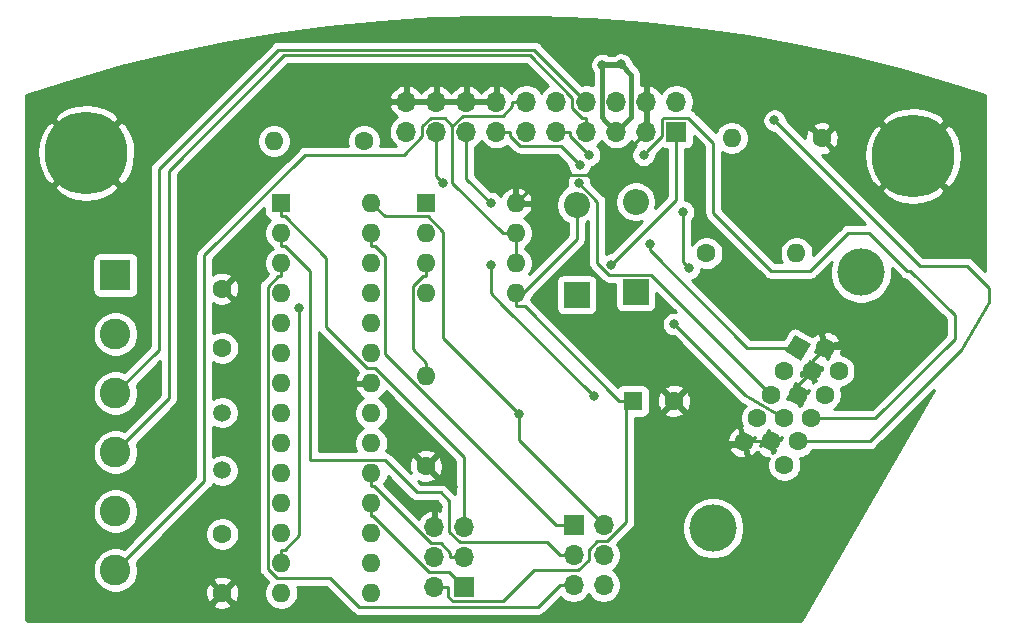
<source format=gbr>
G04 #@! TF.GenerationSoftware,KiCad,Pcbnew,5.1.5-52549c5~84~ubuntu18.04.1*
G04 #@! TF.CreationDate,2020-03-28T23:02:45-04:00*
G04 #@! TF.ProjectId,imac_g3_333mhz_slot_loading_J20_adapter_board,696d6163-5f67-4335-9f33-33336d687a5f,2*
G04 #@! TF.SameCoordinates,Original*
G04 #@! TF.FileFunction,Copper,L2,Bot*
G04 #@! TF.FilePolarity,Positive*
%FSLAX46Y46*%
G04 Gerber Fmt 4.6, Leading zero omitted, Abs format (unit mm)*
G04 Created by KiCad (PCBNEW 5.1.5-52549c5~84~ubuntu18.04.1) date 2020-03-28 23:02:45*
%MOMM*%
%LPD*%
G04 APERTURE LIST*
%ADD10O,1.700000X1.700000*%
%ADD11R,1.700000X1.700000*%
%ADD12R,1.600000X1.600000*%
%ADD13O,1.600000X1.600000*%
%ADD14C,1.500000*%
%ADD15O,2.200000X2.200000*%
%ADD16R,2.200000X2.200000*%
%ADD17C,1.600000*%
%ADD18C,7.000001*%
%ADD19R,2.600000X2.600000*%
%ADD20C,2.600000*%
%ADD21C,7.000000*%
%ADD22C,0.100000*%
%ADD23C,4.000000*%
%ADD24C,0.800000*%
%ADD25C,0.250000*%
%ADD26C,0.500000*%
%ADD27C,0.400000*%
%ADD28C,0.254000*%
G04 APERTURE END LIST*
D10*
X166243000Y-65563800D03*
X166243000Y-68103800D03*
X168783000Y-65563800D03*
X168783000Y-68103800D03*
X171323000Y-65563800D03*
X171323000Y-68103800D03*
X173863000Y-65563800D03*
X173863000Y-68103800D03*
X176403000Y-65563800D03*
X176403000Y-68103800D03*
X178943000Y-65563800D03*
X178943000Y-68103800D03*
X181483000Y-65563800D03*
X181483000Y-68103800D03*
X184023000Y-65563800D03*
X184023000Y-68103800D03*
X186563000Y-65563800D03*
X186563000Y-68103800D03*
X189103000Y-65563800D03*
D11*
X189103000Y-68103800D03*
D12*
X155653000Y-74153800D03*
D13*
X163273000Y-107173800D03*
X155653000Y-76693800D03*
X163273000Y-104633800D03*
X155653000Y-79233800D03*
X163273000Y-102093800D03*
X155653000Y-81773800D03*
X163273000Y-99553800D03*
X155653000Y-84313800D03*
X163273000Y-97013800D03*
X155653000Y-86853800D03*
X163273000Y-94473800D03*
X155653000Y-89393800D03*
X163273000Y-91933800D03*
X155653000Y-91933800D03*
X163273000Y-89393800D03*
X155653000Y-94473800D03*
X163273000Y-86853800D03*
X155653000Y-97013800D03*
X163273000Y-84313800D03*
X155653000Y-99553800D03*
X163273000Y-81773800D03*
X155653000Y-102093800D03*
X163273000Y-79233800D03*
X155653000Y-104633800D03*
X163273000Y-76693800D03*
X155653000Y-107173800D03*
X163273000Y-74153800D03*
D14*
X150653000Y-91903800D03*
X150653000Y-96783800D03*
D15*
X180653000Y-74283800D03*
D16*
X180653000Y-81903800D03*
X185653000Y-81653800D03*
D15*
X185653000Y-74033800D03*
D17*
X167903000Y-96403800D03*
D13*
X167903000Y-88783800D03*
D12*
X167903000Y-74153800D03*
D13*
X175523000Y-81773800D03*
X167903000Y-76693800D03*
X175523000Y-79233800D03*
X167903000Y-79233800D03*
X175523000Y-76693800D03*
X167903000Y-81773800D03*
X175523000Y-74153800D03*
D18*
X209153000Y-70153800D03*
D13*
X199273000Y-78403800D03*
D17*
X191653000Y-78403800D03*
D19*
X141605000Y-80236000D03*
D20*
X141605000Y-85236000D03*
X141605000Y-90236000D03*
X141605000Y-95236000D03*
X141605000Y-100236000D03*
X141605000Y-105236000D03*
D12*
X185403000Y-90903800D03*
D17*
X188903000Y-90903800D03*
D11*
X171153000Y-106654000D03*
D10*
X168613000Y-106654000D03*
X171153000Y-104114000D03*
X168613000Y-104114000D03*
X171153000Y-101574000D03*
X168613000Y-101574000D03*
D21*
X139153000Y-69903800D03*
D11*
X180403000Y-101404000D03*
D10*
X182943000Y-101404000D03*
X180403000Y-103944000D03*
X182943000Y-103944000D03*
X180403000Y-106484000D03*
X182943000Y-106484000D03*
G04 #@! TA.AperFunction,ComponentPad*
D22*
G36*
X199695820Y-87496620D02*
G01*
X198310180Y-86696620D01*
X199110180Y-85310980D01*
X200495820Y-86110980D01*
X199695820Y-87496620D01*
G37*
G04 #@! TD.AperFunction*
D17*
X198258000Y-88386998D03*
X197113000Y-90370196D03*
X195968000Y-92353395D03*
X194823000Y-94336593D03*
X201690230Y-86402201D03*
X200545230Y-88385399D03*
X199400230Y-90368597D03*
X198255230Y-92351795D03*
X197110230Y-94334994D03*
X202832461Y-88383800D03*
X201687461Y-90366998D03*
X200542461Y-92350196D03*
X199397461Y-94333395D03*
X198252461Y-96316593D03*
D23*
X192225256Y-101676017D03*
X204725256Y-80025382D03*
D17*
X150653000Y-86403800D03*
X150653000Y-81403800D03*
X150653000Y-102154000D03*
X150653000Y-107154000D03*
D13*
X193783000Y-68653800D03*
D17*
X201403000Y-68653800D03*
X162653000Y-68903800D03*
D13*
X155033000Y-68903800D03*
D24*
X192653000Y-90903800D03*
X190903000Y-94903800D03*
X192403000Y-93403800D03*
X177403000Y-75153800D03*
X177903000Y-77153800D03*
X196153000Y-76653800D03*
X183403000Y-82903800D03*
X180403000Y-84403800D03*
X184153000Y-85903800D03*
X210403000Y-83403800D03*
X165653000Y-98653800D03*
X166153000Y-99403800D03*
X168903000Y-99903800D03*
X170153000Y-98153800D03*
X165903000Y-92403800D03*
X165403000Y-94903800D03*
X167153000Y-93903800D03*
X165903000Y-93653800D03*
X169368600Y-72481900D03*
X186870400Y-77587400D03*
X182090600Y-90464000D03*
X173403000Y-74153800D03*
X173403000Y-79403800D03*
X180903000Y-70903800D03*
X180846100Y-72460700D03*
X188903000Y-84403800D03*
X190153000Y-79653814D03*
X189653000Y-74903800D03*
X181726950Y-70079850D03*
X186324400Y-70075200D03*
X197403000Y-67153800D03*
X175783490Y-91997990D03*
X183600400Y-79364400D03*
X184403000Y-62403800D03*
X182847999Y-62458801D03*
X157155900Y-83075800D03*
D25*
X199400230Y-89530399D02*
X200545230Y-88385399D01*
X199400230Y-90368597D02*
X199400230Y-89530399D01*
X200545230Y-87547201D02*
X201690230Y-86402201D01*
X200545230Y-88385399D02*
X200545230Y-87547201D01*
X194824599Y-94334994D02*
X194823000Y-94336593D01*
X197110230Y-94334994D02*
X194824599Y-94334994D01*
X192335793Y-94336593D02*
X194823000Y-94336593D01*
X188903000Y-90903800D02*
X192335793Y-94336593D01*
X186563000Y-65563800D02*
X186563000Y-68103800D01*
X182931101Y-71735699D02*
X177941101Y-71735699D01*
X186563000Y-68103800D02*
X182931101Y-71735699D01*
X176322999Y-73353801D02*
X175523000Y-74153800D01*
X177941101Y-71735699D02*
X176322999Y-73353801D01*
X201690230Y-86402201D02*
X207404599Y-86402201D01*
X207404599Y-86402201D02*
X210403000Y-83403800D01*
X210403000Y-83403800D02*
X210403000Y-83403800D01*
X169368600Y-72481900D02*
X168783000Y-71896300D01*
X168783000Y-71896300D02*
X168783000Y-68103800D01*
X195121115Y-86403800D02*
X186870400Y-78153085D01*
X186870400Y-78153085D02*
X186870400Y-77587400D01*
X199403000Y-86403800D02*
X195121115Y-86403800D01*
X171323000Y-68103800D02*
X171323000Y-69279100D01*
X182090600Y-90464000D02*
X174381300Y-82754700D01*
X171323000Y-69279100D02*
X171323000Y-72073800D01*
X171323000Y-72073800D02*
X173403000Y-74153800D01*
X173403000Y-74153800D02*
X173403000Y-74153800D01*
X173403000Y-81776400D02*
X174381300Y-82754700D01*
X173403000Y-79403800D02*
X173403000Y-81776400D01*
X197113000Y-90370200D02*
X186960800Y-80218000D01*
X186960800Y-80218000D02*
X183402600Y-80218000D01*
X183402600Y-80218000D02*
X182411000Y-79226400D01*
X182411000Y-79226400D02*
X182411000Y-74025600D01*
X182411000Y-74025600D02*
X180846100Y-72460700D01*
X177664500Y-69279100D02*
X175846200Y-69279100D01*
X175846200Y-69279100D02*
X175038300Y-68471200D01*
X175038300Y-68471200D02*
X175038300Y-68103800D01*
X173863000Y-68103800D02*
X175038300Y-68103800D01*
X177721100Y-69335700D02*
X177664500Y-69279100D01*
X179334900Y-69335700D02*
X180903000Y-70903800D01*
X177721100Y-69335700D02*
X179334900Y-69335700D01*
X198255230Y-92351795D02*
X194903000Y-90403800D01*
X194903000Y-90403800D02*
X188903000Y-84403800D01*
X188903000Y-84403800D02*
X188903000Y-84403800D01*
X190153000Y-79653814D02*
X189653000Y-79153814D01*
X189653000Y-79153814D02*
X189653000Y-74903800D01*
X163273000Y-76693800D02*
X163273000Y-77819100D01*
X163273000Y-77819100D02*
X163554400Y-77819100D01*
X163554400Y-77819100D02*
X164398300Y-78663000D01*
X164398300Y-78663000D02*
X164398300Y-86890400D01*
X164398300Y-86890400D02*
X178911900Y-101404000D01*
X178911900Y-101404000D02*
X180403000Y-101404000D01*
X180118300Y-68103800D02*
X178943000Y-68103800D01*
X180118300Y-68471200D02*
X180118300Y-68103800D01*
X181800900Y-70153800D02*
X181726950Y-70079850D01*
X181726950Y-70079850D02*
X180118300Y-68471200D01*
X186324400Y-70075200D02*
X186245800Y-70153800D01*
X186724399Y-69675201D02*
X186324400Y-70075200D01*
X208903000Y-79903800D02*
X208653000Y-79903800D01*
X192240600Y-69041500D02*
X190127500Y-66928400D01*
X212653000Y-83653800D02*
X208903000Y-79903800D01*
X208653000Y-79903800D02*
X205403000Y-76653800D01*
X212653000Y-85653800D02*
X212653000Y-83653800D01*
X200542500Y-92350200D02*
X205956600Y-92350200D01*
X205956600Y-92350200D02*
X212653000Y-85653800D01*
X205403000Y-76653800D02*
X203653000Y-76653800D01*
X190127500Y-66928400D02*
X188071900Y-66928400D01*
X188071900Y-66928400D02*
X187927600Y-67072700D01*
X203653000Y-76653800D02*
X200403000Y-79903800D01*
X200403000Y-79903800D02*
X197153000Y-79903800D01*
X197153000Y-79903800D02*
X192240600Y-74991400D01*
X192240600Y-74991400D02*
X192240600Y-69041500D01*
X187927600Y-67072700D02*
X187927600Y-68472000D01*
X187927600Y-68472000D02*
X186724399Y-69675201D01*
X199397500Y-94333400D02*
X200162000Y-94333400D01*
X213702989Y-79453789D02*
X209702989Y-79453789D01*
X205473405Y-94333395D02*
X213238566Y-86568234D01*
X215549988Y-82560112D02*
X215549988Y-81300788D01*
X199397461Y-94333395D02*
X205473405Y-94333395D01*
X213238566Y-86568234D02*
X215549988Y-82560112D01*
X215549988Y-81300788D02*
X213702989Y-79453789D01*
X209702989Y-79453789D02*
X197802999Y-67553799D01*
X197802999Y-67553799D02*
X197403000Y-67153800D01*
X168082000Y-75279100D02*
X169383200Y-76580300D01*
X164398300Y-75279100D02*
X168082000Y-75279100D01*
X169383200Y-85597700D02*
X175383491Y-91597991D01*
X163273000Y-74153800D02*
X164398300Y-75279100D01*
X169383200Y-76580300D02*
X169383200Y-85597700D01*
X175783490Y-94244490D02*
X175783490Y-92563675D01*
X175383491Y-91597991D02*
X175783490Y-91997990D01*
X182943000Y-101404000D02*
X175783490Y-94244490D01*
X175783490Y-92563675D02*
X175783490Y-91997990D01*
X183600400Y-79364400D02*
X189103000Y-73861800D01*
X189103000Y-73861800D02*
X189103000Y-68103800D01*
X184403000Y-62403800D02*
X184403000Y-62403800D01*
X182847999Y-62458801D02*
X182847999Y-62458801D01*
D26*
X184347999Y-62458801D02*
X184403000Y-62403800D01*
X182847999Y-62458801D02*
X184347999Y-62458801D01*
D27*
X184872999Y-67253801D02*
X184023000Y-68103800D01*
X185273001Y-63273801D02*
X185273001Y-66853799D01*
X185273001Y-66853799D02*
X184872999Y-67253801D01*
X184403000Y-62403800D02*
X185273001Y-63273801D01*
X183173001Y-67253801D02*
X184023000Y-68103800D01*
X182772999Y-66853799D02*
X183173001Y-67253801D01*
X182772999Y-64963799D02*
X182772999Y-66853799D01*
X182847999Y-64888799D02*
X182772999Y-64963799D01*
X182847999Y-62458801D02*
X182847999Y-64888799D01*
D25*
X168613000Y-106654000D02*
X169788300Y-106654000D01*
X184840400Y-90903800D02*
X184840400Y-101169000D01*
X184840400Y-101169000D02*
X183240800Y-102768600D01*
X183240800Y-102768600D02*
X182417400Y-102768600D01*
X182417400Y-102768600D02*
X181673000Y-103513000D01*
X181673000Y-103513000D02*
X181673000Y-104338800D01*
X181673000Y-104338800D02*
X180779600Y-105232200D01*
X180779600Y-105232200D02*
X177028600Y-105232200D01*
X177028600Y-105232200D02*
X174431500Y-107829300D01*
X174431500Y-107829300D02*
X170155500Y-107829300D01*
X170155500Y-107829300D02*
X169788300Y-107462100D01*
X169788300Y-107462100D02*
X169788300Y-106654000D01*
X184840400Y-90903800D02*
X184277700Y-90903800D01*
X185403000Y-90903800D02*
X184840400Y-90903800D01*
X175523000Y-82336400D02*
X180653000Y-77206400D01*
X180653000Y-77206400D02*
X180653000Y-74283800D01*
X175523000Y-82336400D02*
X175523000Y-82899100D01*
X175523000Y-81773800D02*
X175523000Y-82336400D01*
X184277700Y-90903800D02*
X176273000Y-82899100D01*
X176273000Y-82899100D02*
X175523000Y-82899100D01*
X181483000Y-66928500D02*
X181483000Y-68103800D01*
X181115600Y-66928500D02*
X181483000Y-66928500D01*
X180307700Y-66120600D02*
X181115600Y-66928500D01*
X141605000Y-95236000D02*
X146153000Y-90688000D01*
X146153000Y-90688000D02*
X146153000Y-71403800D01*
X146153000Y-71403800D02*
X155903000Y-61653800D01*
X155903000Y-61653800D02*
X176706900Y-61653800D01*
X176706900Y-61653800D02*
X180307700Y-65254600D01*
X180307700Y-65254600D02*
X180307700Y-66120600D01*
X177073000Y-61153800D02*
X181483000Y-65563800D01*
X155403000Y-61153800D02*
X177073000Y-61153800D01*
X145284500Y-71272300D02*
X155403000Y-61153800D01*
X141605000Y-90236000D02*
X145284500Y-86556500D01*
X145284500Y-86556500D02*
X145284500Y-71272300D01*
X170147600Y-67589200D02*
X170997700Y-66739100D01*
X170997700Y-66739100D02*
X174419800Y-66739100D01*
X174419800Y-66739100D02*
X175227700Y-65931200D01*
X175227700Y-65931200D02*
X175227700Y-65563800D01*
X174397700Y-76693800D02*
X170147600Y-72443700D01*
X170147600Y-72443700D02*
X170147600Y-67589200D01*
X170147600Y-67589200D02*
X169486900Y-66928500D01*
X169486900Y-66928500D02*
X168296100Y-66928500D01*
X168296100Y-66928500D02*
X167607700Y-67616900D01*
X167607700Y-67616900D02*
X167607700Y-68450100D01*
X167607700Y-68450100D02*
X166017200Y-70040600D01*
X166017200Y-70040600D02*
X157687700Y-70040600D01*
X157687700Y-70040600D02*
X149141700Y-78586600D01*
X149141700Y-78586600D02*
X149141700Y-97699300D01*
X149141700Y-97699300D02*
X141605000Y-105236000D01*
X176403000Y-65563800D02*
X175227700Y-65563800D01*
X174960400Y-76693800D02*
X175523000Y-77256400D01*
X175523000Y-77256400D02*
X175523000Y-79233800D01*
X174960400Y-76693800D02*
X174397700Y-76693800D01*
X175523000Y-76693800D02*
X174960400Y-76693800D01*
X155653000Y-104633800D02*
X155653000Y-103508500D01*
X157155900Y-83075800D02*
X157155900Y-102286900D01*
X157155900Y-102286900D02*
X155934300Y-103508500D01*
X155934300Y-103508500D02*
X155653000Y-103508500D01*
X163273000Y-99553800D02*
X163273000Y-100679100D01*
X171153000Y-106654000D02*
X169883000Y-105384000D01*
X169883000Y-105384000D02*
X168154800Y-105384000D01*
X168154800Y-105384000D02*
X163449900Y-100679100D01*
X163449900Y-100679100D02*
X163273000Y-100679100D01*
X163273000Y-97013800D02*
X163273000Y-98139100D01*
X171153000Y-104114000D02*
X169977700Y-104114000D01*
X169977700Y-104114000D02*
X169977700Y-103746600D01*
X169977700Y-103746600D02*
X169169800Y-102938700D01*
X169169800Y-102938700D02*
X168308100Y-102938700D01*
X168308100Y-102938700D02*
X163508500Y-98139100D01*
X163508500Y-98139100D02*
X163273000Y-98139100D01*
X155653000Y-74153800D02*
X155653000Y-75279100D01*
X171153000Y-101574000D02*
X171153000Y-95648800D01*
X171153000Y-95648800D02*
X163628000Y-88123800D01*
X163628000Y-88123800D02*
X162915900Y-88123800D01*
X162915900Y-88123800D02*
X159463000Y-84670900D01*
X159463000Y-84670900D02*
X159463000Y-78807800D01*
X159463000Y-78807800D02*
X155934300Y-75279100D01*
X155934300Y-75279100D02*
X155653000Y-75279100D01*
X167903000Y-88783800D02*
X167903000Y-87658500D01*
X167903000Y-79233800D02*
X167903000Y-80359100D01*
X167903000Y-80359100D02*
X167621700Y-80359100D01*
X167621700Y-80359100D02*
X166777700Y-81203100D01*
X166777700Y-81203100D02*
X166777700Y-86533200D01*
X166777700Y-86533200D02*
X167903000Y-87658500D01*
X163813001Y-95888799D02*
X162732999Y-95888799D01*
X180403000Y-103944000D02*
X179227700Y-103944000D01*
X164403000Y-95903800D02*
X163828002Y-95903800D01*
X169883000Y-101988200D02*
X169883000Y-99383800D01*
X170747000Y-102852200D02*
X169883000Y-101988200D01*
X178135900Y-102852200D02*
X170747000Y-102852200D01*
X169153000Y-98653800D02*
X167153000Y-98653800D01*
X179227700Y-103944000D02*
X178135900Y-102852200D01*
X167153000Y-98653800D02*
X164403000Y-95903800D01*
X163828002Y-95903800D02*
X163813001Y-95888799D01*
X162717998Y-95903800D02*
X158054800Y-95903800D01*
X169883000Y-99383800D02*
X169153000Y-98653800D01*
X155934300Y-77819100D02*
X155653000Y-77819100D01*
X155653000Y-77819100D02*
X155653000Y-76693800D01*
X158054800Y-95903800D02*
X158054800Y-79939600D01*
X162732999Y-95888799D02*
X162717998Y-95903800D01*
X158054800Y-79939600D02*
X155934300Y-77819100D01*
X180403000Y-106484000D02*
X179227700Y-106484000D01*
X155653000Y-79233800D02*
X155653000Y-80359100D01*
X155653000Y-80359100D02*
X155371700Y-80359100D01*
X155371700Y-80359100D02*
X154509100Y-81221700D01*
X154509100Y-81221700D02*
X154509100Y-105102700D01*
X154509100Y-105102700D02*
X155310200Y-105903800D01*
X155310200Y-105903800D02*
X159778000Y-105903800D01*
X159778000Y-105903800D02*
X162194700Y-108320500D01*
X162194700Y-108320500D02*
X177391200Y-108320500D01*
X177391200Y-108320500D02*
X179227700Y-106484000D01*
D28*
G36*
X177436893Y-58396418D02*
G01*
X181894818Y-58572394D01*
X186343904Y-58903844D01*
X190778726Y-59390364D01*
X195193826Y-60031355D01*
X199583891Y-60826045D01*
X203943576Y-61773468D01*
X208267481Y-62872450D01*
X212551905Y-64122104D01*
X215239998Y-64995518D01*
X215239999Y-79915997D01*
X214266793Y-78942792D01*
X214242990Y-78913788D01*
X214127265Y-78818815D01*
X213995236Y-78748243D01*
X213851975Y-78704786D01*
X213740322Y-78693789D01*
X213740311Y-78693789D01*
X213702989Y-78690113D01*
X213665667Y-78693789D01*
X210017791Y-78693789D01*
X204391957Y-73067955D01*
X206418450Y-73067955D01*
X206814634Y-73588350D01*
X207529612Y-73978548D01*
X208306976Y-74221764D01*
X209116853Y-74308651D01*
X209928118Y-74235869D01*
X210709597Y-74006215D01*
X211431256Y-73628515D01*
X211491366Y-73588350D01*
X211887550Y-73067955D01*
X209153000Y-70333405D01*
X206418450Y-73067955D01*
X204391957Y-73067955D01*
X201441655Y-70117653D01*
X204998149Y-70117653D01*
X205070931Y-70928918D01*
X205300585Y-71710397D01*
X205678285Y-72432056D01*
X205718450Y-72492166D01*
X206238845Y-72888350D01*
X208973395Y-70153800D01*
X209332605Y-70153800D01*
X212067155Y-72888350D01*
X212587550Y-72492166D01*
X212977748Y-71777188D01*
X213220964Y-70999824D01*
X213307851Y-70189947D01*
X213235069Y-69378682D01*
X213005415Y-68597203D01*
X212627715Y-67875544D01*
X212587550Y-67815434D01*
X212067155Y-67419250D01*
X209332605Y-70153800D01*
X208973395Y-70153800D01*
X206238845Y-67419250D01*
X205718450Y-67815434D01*
X205328252Y-68530412D01*
X205085036Y-69307776D01*
X204998149Y-70117653D01*
X201441655Y-70117653D01*
X201415141Y-70091140D01*
X201473512Y-70094017D01*
X201753130Y-70052587D01*
X202019292Y-69957403D01*
X202144514Y-69890471D01*
X202216097Y-69646502D01*
X201403000Y-68833405D01*
X201388858Y-68847548D01*
X201209253Y-68667943D01*
X201223395Y-68653800D01*
X201582605Y-68653800D01*
X202395702Y-69466897D01*
X202639671Y-69395314D01*
X202760571Y-69139804D01*
X202829300Y-68865616D01*
X202843217Y-68583288D01*
X202801787Y-68303670D01*
X202706603Y-68037508D01*
X202639671Y-67912286D01*
X202395702Y-67840703D01*
X201582605Y-68653800D01*
X201223395Y-68653800D01*
X200410298Y-67840703D01*
X200166329Y-67912286D01*
X200045429Y-68167796D01*
X199976700Y-68441984D01*
X199966801Y-68642800D01*
X198985099Y-67661098D01*
X200589903Y-67661098D01*
X201403000Y-68474195D01*
X202216097Y-67661098D01*
X202144514Y-67417129D01*
X201889004Y-67296229D01*
X201663268Y-67239645D01*
X206418450Y-67239645D01*
X209153000Y-69974195D01*
X211887550Y-67239645D01*
X211491366Y-66719250D01*
X210776388Y-66329052D01*
X209999024Y-66085836D01*
X209189147Y-65998949D01*
X208377882Y-66071731D01*
X207596403Y-66301385D01*
X206874744Y-66679085D01*
X206814634Y-66719250D01*
X206418450Y-67239645D01*
X201663268Y-67239645D01*
X201614816Y-67227500D01*
X201332488Y-67213583D01*
X201052870Y-67255013D01*
X200786708Y-67350197D01*
X200661486Y-67417129D01*
X200589903Y-67661098D01*
X198985099Y-67661098D01*
X198438000Y-67113999D01*
X198438000Y-67051861D01*
X198398226Y-66851902D01*
X198320205Y-66663544D01*
X198206937Y-66494026D01*
X198062774Y-66349863D01*
X197893256Y-66236595D01*
X197704898Y-66158574D01*
X197504939Y-66118800D01*
X197301061Y-66118800D01*
X197101102Y-66158574D01*
X196912744Y-66236595D01*
X196743226Y-66349863D01*
X196599063Y-66494026D01*
X196485795Y-66663544D01*
X196407774Y-66851902D01*
X196368000Y-67051861D01*
X196368000Y-67255739D01*
X196407774Y-67455698D01*
X196485795Y-67644056D01*
X196599063Y-67813574D01*
X196743226Y-67957737D01*
X196912744Y-68071005D01*
X197101102Y-68149026D01*
X197301061Y-68188800D01*
X197363199Y-68188800D01*
X205068198Y-75893800D01*
X203690322Y-75893800D01*
X203652999Y-75890124D01*
X203615676Y-75893800D01*
X203615667Y-75893800D01*
X203504014Y-75904797D01*
X203360753Y-75948254D01*
X203228723Y-76018826D01*
X203167225Y-76069297D01*
X203112999Y-76113799D01*
X203089201Y-76142797D01*
X200708000Y-78523999D01*
X200708000Y-78262465D01*
X200652853Y-77985226D01*
X200544680Y-77724073D01*
X200387637Y-77489041D01*
X200187759Y-77289163D01*
X199952727Y-77132120D01*
X199691574Y-77023947D01*
X199414335Y-76968800D01*
X199131665Y-76968800D01*
X198854426Y-77023947D01*
X198593273Y-77132120D01*
X198358241Y-77289163D01*
X198158363Y-77489041D01*
X198001320Y-77724073D01*
X197893147Y-77985226D01*
X197838000Y-78262465D01*
X197838000Y-78545135D01*
X197893147Y-78822374D01*
X198001320Y-79083527D01*
X198041593Y-79143800D01*
X197467802Y-79143800D01*
X193000600Y-74676599D01*
X193000600Y-69856876D01*
X193103273Y-69925480D01*
X193364426Y-70033653D01*
X193641665Y-70088800D01*
X193924335Y-70088800D01*
X194201574Y-70033653D01*
X194462727Y-69925480D01*
X194697759Y-69768437D01*
X194897637Y-69568559D01*
X195054680Y-69333527D01*
X195162853Y-69072374D01*
X195218000Y-68795135D01*
X195218000Y-68512465D01*
X195162853Y-68235226D01*
X195054680Y-67974073D01*
X194897637Y-67739041D01*
X194697759Y-67539163D01*
X194462727Y-67382120D01*
X194201574Y-67273947D01*
X193924335Y-67218800D01*
X193641665Y-67218800D01*
X193364426Y-67273947D01*
X193103273Y-67382120D01*
X192868241Y-67539163D01*
X192668363Y-67739041D01*
X192511320Y-67974073D01*
X192434188Y-68160286D01*
X190691304Y-66417403D01*
X190667501Y-66388399D01*
X190551776Y-66293426D01*
X190434170Y-66230563D01*
X190530932Y-65996958D01*
X190588000Y-65710060D01*
X190588000Y-65417540D01*
X190530932Y-65130642D01*
X190418990Y-64860389D01*
X190256475Y-64617168D01*
X190049632Y-64410325D01*
X189806411Y-64247810D01*
X189536158Y-64135868D01*
X189249260Y-64078800D01*
X188956740Y-64078800D01*
X188669842Y-64135868D01*
X188399589Y-64247810D01*
X188156368Y-64410325D01*
X187949525Y-64617168D01*
X187827805Y-64799334D01*
X187758178Y-64682445D01*
X187563269Y-64466212D01*
X187329920Y-64292159D01*
X187067099Y-64166975D01*
X186919890Y-64122324D01*
X186690000Y-64243645D01*
X186690000Y-65436800D01*
X186710000Y-65436800D01*
X186710000Y-65690800D01*
X186690000Y-65690800D01*
X186690000Y-67976800D01*
X186710000Y-67976800D01*
X186710000Y-68230800D01*
X186690000Y-68230800D01*
X186690000Y-68250800D01*
X186436000Y-68250800D01*
X186436000Y-68230800D01*
X186416000Y-68230800D01*
X186416000Y-67976800D01*
X186436000Y-67976800D01*
X186436000Y-65690800D01*
X186416000Y-65690800D01*
X186416000Y-65436800D01*
X186436000Y-65436800D01*
X186436000Y-64243645D01*
X186206110Y-64122324D01*
X186108001Y-64152082D01*
X186108001Y-63314816D01*
X186112041Y-63273800D01*
X186108001Y-63232782D01*
X186095919Y-63110112D01*
X186048173Y-62952714D01*
X185970637Y-62807655D01*
X185866292Y-62680510D01*
X185834428Y-62654361D01*
X185427093Y-62247025D01*
X185398226Y-62101902D01*
X185320205Y-61913544D01*
X185206937Y-61744026D01*
X185062774Y-61599863D01*
X184893256Y-61486595D01*
X184704898Y-61408574D01*
X184504939Y-61368800D01*
X184301061Y-61368800D01*
X184101102Y-61408574D01*
X183912744Y-61486595D01*
X183782231Y-61573801D01*
X183386453Y-61573801D01*
X183338255Y-61541596D01*
X183149897Y-61463575D01*
X182949938Y-61423801D01*
X182746060Y-61423801D01*
X182546101Y-61463575D01*
X182357743Y-61541596D01*
X182188225Y-61654864D01*
X182044062Y-61799027D01*
X181930794Y-61968545D01*
X181852773Y-62156903D01*
X181812999Y-62356862D01*
X181812999Y-62560740D01*
X181852773Y-62760699D01*
X181930794Y-62949057D01*
X182012999Y-63072086D01*
X182013000Y-64175981D01*
X181916158Y-64135868D01*
X181629260Y-64078800D01*
X181336740Y-64078800D01*
X181116592Y-64122590D01*
X177636804Y-60642803D01*
X177613001Y-60613799D01*
X177497276Y-60518826D01*
X177365247Y-60448254D01*
X177221986Y-60404797D01*
X177110333Y-60393800D01*
X177110322Y-60393800D01*
X177073000Y-60390124D01*
X177035678Y-60393800D01*
X155440323Y-60393800D01*
X155403000Y-60390124D01*
X155365677Y-60393800D01*
X155365667Y-60393800D01*
X155254014Y-60404797D01*
X155111079Y-60448155D01*
X155110753Y-60448254D01*
X154978723Y-60518826D01*
X154898951Y-60584294D01*
X154862999Y-60613799D01*
X154839201Y-60642797D01*
X144773498Y-70708501D01*
X144744500Y-70732299D01*
X144720702Y-70761297D01*
X144720701Y-70761298D01*
X144649526Y-70848024D01*
X144578954Y-70980054D01*
X144571163Y-71005739D01*
X144538066Y-71114850D01*
X144535498Y-71123315D01*
X144520824Y-71272300D01*
X144524501Y-71309633D01*
X144524500Y-86241698D01*
X142325986Y-88440213D01*
X142169419Y-88375361D01*
X141795581Y-88301000D01*
X141414419Y-88301000D01*
X141040581Y-88375361D01*
X140688434Y-88521225D01*
X140371509Y-88732987D01*
X140101987Y-89002509D01*
X139890225Y-89319434D01*
X139744361Y-89671581D01*
X139670000Y-90045419D01*
X139670000Y-90426581D01*
X139744361Y-90800419D01*
X139890225Y-91152566D01*
X140101987Y-91469491D01*
X140371509Y-91739013D01*
X140688434Y-91950775D01*
X141040581Y-92096639D01*
X141414419Y-92171000D01*
X141795581Y-92171000D01*
X142169419Y-92096639D01*
X142521566Y-91950775D01*
X142838491Y-91739013D01*
X143108013Y-91469491D01*
X143319775Y-91152566D01*
X143465639Y-90800419D01*
X143540000Y-90426581D01*
X143540000Y-90045419D01*
X143465639Y-89671581D01*
X143400787Y-89515014D01*
X145393000Y-87522802D01*
X145393000Y-90373198D01*
X142325986Y-93440213D01*
X142169419Y-93375361D01*
X141795581Y-93301000D01*
X141414419Y-93301000D01*
X141040581Y-93375361D01*
X140688434Y-93521225D01*
X140371509Y-93732987D01*
X140101987Y-94002509D01*
X139890225Y-94319434D01*
X139744361Y-94671581D01*
X139670000Y-95045419D01*
X139670000Y-95426581D01*
X139744361Y-95800419D01*
X139890225Y-96152566D01*
X140101987Y-96469491D01*
X140371509Y-96739013D01*
X140688434Y-96950775D01*
X141040581Y-97096639D01*
X141414419Y-97171000D01*
X141795581Y-97171000D01*
X142169419Y-97096639D01*
X142521566Y-96950775D01*
X142838491Y-96739013D01*
X143108013Y-96469491D01*
X143319775Y-96152566D01*
X143465639Y-95800419D01*
X143540000Y-95426581D01*
X143540000Y-95045419D01*
X143465639Y-94671581D01*
X143400787Y-94515014D01*
X146664004Y-91251798D01*
X146693001Y-91228001D01*
X146787974Y-91112276D01*
X146858546Y-90980247D01*
X146902003Y-90836986D01*
X146913000Y-90725333D01*
X146913000Y-90725324D01*
X146916676Y-90688001D01*
X146913000Y-90650678D01*
X146913000Y-71718601D01*
X149869136Y-68762465D01*
X153598000Y-68762465D01*
X153598000Y-69045135D01*
X153653147Y-69322374D01*
X153761320Y-69583527D01*
X153918363Y-69818559D01*
X154118241Y-70018437D01*
X154353273Y-70175480D01*
X154614426Y-70283653D01*
X154891665Y-70338800D01*
X155174335Y-70338800D01*
X155451574Y-70283653D01*
X155712727Y-70175480D01*
X155947759Y-70018437D01*
X156147637Y-69818559D01*
X156304680Y-69583527D01*
X156412853Y-69322374D01*
X156468000Y-69045135D01*
X156468000Y-68762465D01*
X156412853Y-68485226D01*
X156304680Y-68224073D01*
X156147637Y-67989041D01*
X155947759Y-67789163D01*
X155712727Y-67632120D01*
X155451574Y-67523947D01*
X155174335Y-67468800D01*
X154891665Y-67468800D01*
X154614426Y-67523947D01*
X154353273Y-67632120D01*
X154118241Y-67789163D01*
X153918363Y-67989041D01*
X153761320Y-68224073D01*
X153653147Y-68485226D01*
X153598000Y-68762465D01*
X149869136Y-68762465D01*
X153424692Y-65206909D01*
X164801519Y-65206909D01*
X164922186Y-65436800D01*
X166116000Y-65436800D01*
X166116000Y-64243645D01*
X166370000Y-64243645D01*
X166370000Y-65436800D01*
X168656000Y-65436800D01*
X168656000Y-64243645D01*
X168910000Y-64243645D01*
X168910000Y-65436800D01*
X171196000Y-65436800D01*
X171196000Y-64243645D01*
X171450000Y-64243645D01*
X171450000Y-65436800D01*
X173736000Y-65436800D01*
X173736000Y-64243645D01*
X173506110Y-64122324D01*
X173358901Y-64166975D01*
X173096080Y-64292159D01*
X172862731Y-64466212D01*
X172667822Y-64682445D01*
X172593000Y-64808055D01*
X172518178Y-64682445D01*
X172323269Y-64466212D01*
X172089920Y-64292159D01*
X171827099Y-64166975D01*
X171679890Y-64122324D01*
X171450000Y-64243645D01*
X171196000Y-64243645D01*
X170966110Y-64122324D01*
X170818901Y-64166975D01*
X170556080Y-64292159D01*
X170322731Y-64466212D01*
X170127822Y-64682445D01*
X170053000Y-64808055D01*
X169978178Y-64682445D01*
X169783269Y-64466212D01*
X169549920Y-64292159D01*
X169287099Y-64166975D01*
X169139890Y-64122324D01*
X168910000Y-64243645D01*
X168656000Y-64243645D01*
X168426110Y-64122324D01*
X168278901Y-64166975D01*
X168016080Y-64292159D01*
X167782731Y-64466212D01*
X167587822Y-64682445D01*
X167513000Y-64808055D01*
X167438178Y-64682445D01*
X167243269Y-64466212D01*
X167009920Y-64292159D01*
X166747099Y-64166975D01*
X166599890Y-64122324D01*
X166370000Y-64243645D01*
X166116000Y-64243645D01*
X165886110Y-64122324D01*
X165738901Y-64166975D01*
X165476080Y-64292159D01*
X165242731Y-64466212D01*
X165047822Y-64682445D01*
X164898843Y-64932548D01*
X164801519Y-65206909D01*
X153424692Y-65206909D01*
X156217802Y-62413800D01*
X176392099Y-62413800D01*
X178231508Y-64253210D01*
X177996368Y-64410325D01*
X177789525Y-64617168D01*
X177673000Y-64791560D01*
X177556475Y-64617168D01*
X177349632Y-64410325D01*
X177106411Y-64247810D01*
X176836158Y-64135868D01*
X176549260Y-64078800D01*
X176256740Y-64078800D01*
X175969842Y-64135868D01*
X175699589Y-64247810D01*
X175456368Y-64410325D01*
X175249525Y-64617168D01*
X175127805Y-64799334D01*
X175058178Y-64682445D01*
X174863269Y-64466212D01*
X174629920Y-64292159D01*
X174367099Y-64166975D01*
X174219890Y-64122324D01*
X173990000Y-64243645D01*
X173990000Y-65436800D01*
X174010000Y-65436800D01*
X174010000Y-65690800D01*
X173990000Y-65690800D01*
X173990000Y-65710800D01*
X173736000Y-65710800D01*
X173736000Y-65690800D01*
X171450000Y-65690800D01*
X171450000Y-65710800D01*
X171196000Y-65710800D01*
X171196000Y-65690800D01*
X168910000Y-65690800D01*
X168910000Y-65710800D01*
X168656000Y-65710800D01*
X168656000Y-65690800D01*
X166370000Y-65690800D01*
X166370000Y-65710800D01*
X166116000Y-65710800D01*
X166116000Y-65690800D01*
X164922186Y-65690800D01*
X164801519Y-65920691D01*
X164898843Y-66195052D01*
X165047822Y-66445155D01*
X165242731Y-66661388D01*
X165472406Y-66832700D01*
X165296368Y-66950325D01*
X165089525Y-67157168D01*
X164927010Y-67400389D01*
X164815068Y-67670642D01*
X164758000Y-67957540D01*
X164758000Y-68250060D01*
X164815068Y-68536958D01*
X164927010Y-68807211D01*
X165089525Y-69050432D01*
X165296368Y-69257275D01*
X165331276Y-69280600D01*
X164041162Y-69280600D01*
X164088000Y-69045135D01*
X164088000Y-68762465D01*
X164032853Y-68485226D01*
X163924680Y-68224073D01*
X163767637Y-67989041D01*
X163567759Y-67789163D01*
X163332727Y-67632120D01*
X163071574Y-67523947D01*
X162794335Y-67468800D01*
X162511665Y-67468800D01*
X162234426Y-67523947D01*
X161973273Y-67632120D01*
X161738241Y-67789163D01*
X161538363Y-67989041D01*
X161381320Y-68224073D01*
X161273147Y-68485226D01*
X161218000Y-68762465D01*
X161218000Y-69045135D01*
X161264838Y-69280600D01*
X157725022Y-69280600D01*
X157687699Y-69276924D01*
X157650376Y-69280600D01*
X157650367Y-69280600D01*
X157538714Y-69291597D01*
X157424648Y-69326198D01*
X157395453Y-69335054D01*
X157263423Y-69405626D01*
X157190131Y-69465776D01*
X157147699Y-69500599D01*
X157123901Y-69529597D01*
X148630703Y-78022796D01*
X148601699Y-78046599D01*
X148556025Y-78102254D01*
X148506726Y-78162324D01*
X148453199Y-78262465D01*
X148436154Y-78294354D01*
X148392697Y-78437615D01*
X148381700Y-78549268D01*
X148381700Y-78549278D01*
X148378024Y-78586600D01*
X148381700Y-78623922D01*
X148381701Y-97384497D01*
X142325986Y-103440213D01*
X142169419Y-103375361D01*
X141795581Y-103301000D01*
X141414419Y-103301000D01*
X141040581Y-103375361D01*
X140688434Y-103521225D01*
X140371509Y-103732987D01*
X140101987Y-104002509D01*
X139890225Y-104319434D01*
X139744361Y-104671581D01*
X139670000Y-105045419D01*
X139670000Y-105426581D01*
X139744361Y-105800419D01*
X139890225Y-106152566D01*
X140101987Y-106469491D01*
X140371509Y-106739013D01*
X140688434Y-106950775D01*
X141040581Y-107096639D01*
X141414419Y-107171000D01*
X141795581Y-107171000D01*
X142169419Y-107096639D01*
X142521566Y-106950775D01*
X142838491Y-106739013D01*
X143108013Y-106469491D01*
X143313940Y-106161298D01*
X149839903Y-106161298D01*
X150653000Y-106974395D01*
X151466097Y-106161298D01*
X151394514Y-105917329D01*
X151139004Y-105796429D01*
X150864816Y-105727700D01*
X150582488Y-105713783D01*
X150302870Y-105755213D01*
X150036708Y-105850397D01*
X149911486Y-105917329D01*
X149839903Y-106161298D01*
X143313940Y-106161298D01*
X143319775Y-106152566D01*
X143465639Y-105800419D01*
X143540000Y-105426581D01*
X143540000Y-105045419D01*
X143465639Y-104671581D01*
X143400787Y-104515014D01*
X145903136Y-102012665D01*
X149218000Y-102012665D01*
X149218000Y-102295335D01*
X149273147Y-102572574D01*
X149381320Y-102833727D01*
X149538363Y-103068759D01*
X149738241Y-103268637D01*
X149973273Y-103425680D01*
X150234426Y-103533853D01*
X150511665Y-103589000D01*
X150794335Y-103589000D01*
X151071574Y-103533853D01*
X151332727Y-103425680D01*
X151567759Y-103268637D01*
X151767637Y-103068759D01*
X151924680Y-102833727D01*
X152032853Y-102572574D01*
X152088000Y-102295335D01*
X152088000Y-102012665D01*
X152032853Y-101735426D01*
X151924680Y-101474273D01*
X151767637Y-101239241D01*
X151567759Y-101039363D01*
X151332727Y-100882320D01*
X151071574Y-100774147D01*
X150794335Y-100719000D01*
X150511665Y-100719000D01*
X150234426Y-100774147D01*
X149973273Y-100882320D01*
X149738241Y-101039363D01*
X149538363Y-101239241D01*
X149381320Y-101474273D01*
X149273147Y-101735426D01*
X149218000Y-102012665D01*
X145903136Y-102012665D01*
X149652703Y-98263099D01*
X149681701Y-98239301D01*
X149776674Y-98123576D01*
X149847246Y-97991547D01*
X149867527Y-97924688D01*
X149996957Y-98011171D01*
X150249011Y-98115575D01*
X150516589Y-98168800D01*
X150789411Y-98168800D01*
X151056989Y-98115575D01*
X151309043Y-98011171D01*
X151535886Y-97859599D01*
X151728799Y-97666686D01*
X151880371Y-97439843D01*
X151984775Y-97187789D01*
X152038000Y-96920211D01*
X152038000Y-96647389D01*
X151984775Y-96379811D01*
X151880371Y-96127757D01*
X151728799Y-95900914D01*
X151535886Y-95708001D01*
X151309043Y-95556429D01*
X151056989Y-95452025D01*
X150789411Y-95398800D01*
X150516589Y-95398800D01*
X150249011Y-95452025D01*
X149996957Y-95556429D01*
X149901700Y-95620078D01*
X149901700Y-93067522D01*
X149996957Y-93131171D01*
X150249011Y-93235575D01*
X150516589Y-93288800D01*
X150789411Y-93288800D01*
X151056989Y-93235575D01*
X151309043Y-93131171D01*
X151535886Y-92979599D01*
X151728799Y-92786686D01*
X151880371Y-92559843D01*
X151984775Y-92307789D01*
X152038000Y-92040211D01*
X152038000Y-91767389D01*
X151984775Y-91499811D01*
X151880371Y-91247757D01*
X151728799Y-91020914D01*
X151535886Y-90828001D01*
X151309043Y-90676429D01*
X151056989Y-90572025D01*
X150789411Y-90518800D01*
X150516589Y-90518800D01*
X150249011Y-90572025D01*
X149996957Y-90676429D01*
X149901700Y-90740078D01*
X149901700Y-87627657D01*
X149973273Y-87675480D01*
X150234426Y-87783653D01*
X150511665Y-87838800D01*
X150794335Y-87838800D01*
X151071574Y-87783653D01*
X151332727Y-87675480D01*
X151567759Y-87518437D01*
X151767637Y-87318559D01*
X151924680Y-87083527D01*
X152032853Y-86822374D01*
X152088000Y-86545135D01*
X152088000Y-86262465D01*
X152032853Y-85985226D01*
X151924680Y-85724073D01*
X151767637Y-85489041D01*
X151567759Y-85289163D01*
X151332727Y-85132120D01*
X151071574Y-85023947D01*
X150794335Y-84968800D01*
X150511665Y-84968800D01*
X150234426Y-85023947D01*
X149973273Y-85132120D01*
X149901700Y-85179943D01*
X149901700Y-82607118D01*
X149911486Y-82640471D01*
X150166996Y-82761371D01*
X150441184Y-82830100D01*
X150723512Y-82844017D01*
X151003130Y-82802587D01*
X151269292Y-82707403D01*
X151394514Y-82640471D01*
X151466097Y-82396502D01*
X150653000Y-81583405D01*
X150638858Y-81597548D01*
X150459253Y-81417943D01*
X150473395Y-81403800D01*
X150832605Y-81403800D01*
X151645702Y-82216897D01*
X151889671Y-82145314D01*
X152010571Y-81889804D01*
X152079300Y-81615616D01*
X152093217Y-81333288D01*
X152051787Y-81053670D01*
X151956603Y-80787508D01*
X151889671Y-80662286D01*
X151645702Y-80590703D01*
X150832605Y-81403800D01*
X150473395Y-81403800D01*
X150459253Y-81389658D01*
X150638858Y-81210053D01*
X150653000Y-81224195D01*
X151466097Y-80411098D01*
X151394514Y-80167129D01*
X151139004Y-80046229D01*
X150864816Y-79977500D01*
X150582488Y-79963583D01*
X150302870Y-80005013D01*
X150036708Y-80100197D01*
X149911486Y-80167129D01*
X149901700Y-80200482D01*
X149901700Y-78901401D01*
X154214928Y-74588174D01*
X154214928Y-74953800D01*
X154227188Y-75078282D01*
X154263498Y-75197980D01*
X154322463Y-75308294D01*
X154401815Y-75404985D01*
X154498506Y-75484337D01*
X154608820Y-75543302D01*
X154728518Y-75579612D01*
X154736961Y-75580443D01*
X154538363Y-75779041D01*
X154381320Y-76014073D01*
X154273147Y-76275226D01*
X154218000Y-76552465D01*
X154218000Y-76835135D01*
X154273147Y-77112374D01*
X154381320Y-77373527D01*
X154538363Y-77608559D01*
X154738241Y-77808437D01*
X154898842Y-77915747D01*
X154903997Y-77968086D01*
X154914167Y-78001613D01*
X154738241Y-78119163D01*
X154538363Y-78319041D01*
X154381320Y-78554073D01*
X154273147Y-78815226D01*
X154218000Y-79092465D01*
X154218000Y-79375135D01*
X154273147Y-79652374D01*
X154381320Y-79913527D01*
X154525977Y-80130022D01*
X153998102Y-80657897D01*
X153969099Y-80681699D01*
X153930279Y-80729002D01*
X153874126Y-80797424D01*
X153819778Y-80899101D01*
X153803554Y-80929454D01*
X153760097Y-81072715D01*
X153749100Y-81184368D01*
X153749100Y-81184378D01*
X153745424Y-81221700D01*
X153749100Y-81259022D01*
X153749101Y-105065367D01*
X153745424Y-105102700D01*
X153749101Y-105140033D01*
X153760098Y-105251686D01*
X153765297Y-105268826D01*
X153803554Y-105394946D01*
X153874126Y-105526976D01*
X153943538Y-105611554D01*
X153969100Y-105642701D01*
X153998097Y-105666499D01*
X154564501Y-106232903D01*
X154538363Y-106259041D01*
X154381320Y-106494073D01*
X154273147Y-106755226D01*
X154218000Y-107032465D01*
X154218000Y-107315135D01*
X154273147Y-107592374D01*
X154381320Y-107853527D01*
X154538363Y-108088559D01*
X154738241Y-108288437D01*
X154973273Y-108445480D01*
X155234426Y-108553653D01*
X155511665Y-108608800D01*
X155794335Y-108608800D01*
X156071574Y-108553653D01*
X156332727Y-108445480D01*
X156567759Y-108288437D01*
X156767637Y-108088559D01*
X156924680Y-107853527D01*
X157032853Y-107592374D01*
X157088000Y-107315135D01*
X157088000Y-107032465D01*
X157032853Y-106755226D01*
X156994983Y-106663800D01*
X159463199Y-106663800D01*
X161630901Y-108831503D01*
X161654699Y-108860501D01*
X161683697Y-108884299D01*
X161770423Y-108955474D01*
X161854432Y-109000378D01*
X161902453Y-109026046D01*
X162045714Y-109069503D01*
X162157367Y-109080500D01*
X162157377Y-109080500D01*
X162194700Y-109084176D01*
X162232023Y-109080500D01*
X177353878Y-109080500D01*
X177391200Y-109084176D01*
X177428522Y-109080500D01*
X177428533Y-109080500D01*
X177540186Y-109069503D01*
X177683447Y-109026046D01*
X177815476Y-108955474D01*
X177931201Y-108860501D01*
X177955004Y-108831497D01*
X179302697Y-107483804D01*
X179456368Y-107637475D01*
X179699589Y-107799990D01*
X179969842Y-107911932D01*
X180256740Y-107969000D01*
X180549260Y-107969000D01*
X180836158Y-107911932D01*
X181106411Y-107799990D01*
X181349632Y-107637475D01*
X181556475Y-107430632D01*
X181673000Y-107256240D01*
X181789525Y-107430632D01*
X181996368Y-107637475D01*
X182239589Y-107799990D01*
X182509842Y-107911932D01*
X182796740Y-107969000D01*
X183089260Y-107969000D01*
X183376158Y-107911932D01*
X183646411Y-107799990D01*
X183889632Y-107637475D01*
X184096475Y-107430632D01*
X184258990Y-107187411D01*
X184370932Y-106917158D01*
X184428000Y-106630260D01*
X184428000Y-106337740D01*
X184370932Y-106050842D01*
X184258990Y-105780589D01*
X184096475Y-105537368D01*
X183889632Y-105330525D01*
X183715240Y-105214000D01*
X183889632Y-105097475D01*
X184096475Y-104890632D01*
X184258990Y-104647411D01*
X184370932Y-104377158D01*
X184428000Y-104090260D01*
X184428000Y-103797740D01*
X184370932Y-103510842D01*
X184258990Y-103240589D01*
X184096475Y-102997368D01*
X184091654Y-102992547D01*
X185351403Y-101732799D01*
X185380401Y-101709001D01*
X185408119Y-101675226D01*
X185475374Y-101593277D01*
X185545946Y-101461247D01*
X185559521Y-101416492D01*
X189590256Y-101416492D01*
X189590256Y-101935542D01*
X189691517Y-102444618D01*
X189890149Y-102924158D01*
X190178518Y-103355732D01*
X190545541Y-103722755D01*
X190977115Y-104011124D01*
X191456655Y-104209756D01*
X191965731Y-104311017D01*
X192484781Y-104311017D01*
X192993857Y-104209756D01*
X193473397Y-104011124D01*
X193904971Y-103722755D01*
X194271994Y-103355732D01*
X194560363Y-102924158D01*
X194758995Y-102444618D01*
X194860256Y-101935542D01*
X194860256Y-101416492D01*
X194758995Y-100907416D01*
X194560363Y-100427876D01*
X194271994Y-99996302D01*
X193904971Y-99629279D01*
X193473397Y-99340910D01*
X192993857Y-99142278D01*
X192484781Y-99041017D01*
X191965731Y-99041017D01*
X191456655Y-99142278D01*
X190977115Y-99340910D01*
X190545541Y-99629279D01*
X190178518Y-99996302D01*
X189890149Y-100427876D01*
X189691517Y-100907416D01*
X189590256Y-101416492D01*
X185559521Y-101416492D01*
X185563311Y-101404000D01*
X185589403Y-101317986D01*
X185600400Y-101206333D01*
X185600400Y-101206323D01*
X185604076Y-101169001D01*
X185600400Y-101131678D01*
X185600400Y-95036825D01*
X193562495Y-95036825D01*
X193723323Y-95269282D01*
X193926412Y-95465897D01*
X194163956Y-95619114D01*
X194426827Y-95723043D01*
X194704923Y-95773692D01*
X194846834Y-95778339D01*
X195030812Y-95602847D01*
X194733197Y-94492136D01*
X193622486Y-94789750D01*
X193562495Y-95036825D01*
X185600400Y-95036825D01*
X185600400Y-94360427D01*
X193381254Y-94360427D01*
X193556746Y-94544405D01*
X194667457Y-94246790D01*
X194369843Y-93136079D01*
X194122768Y-93076088D01*
X193890311Y-93236916D01*
X193693696Y-93440005D01*
X193540479Y-93677549D01*
X193436550Y-93940420D01*
X193385901Y-94218516D01*
X193381254Y-94360427D01*
X185600400Y-94360427D01*
X185600400Y-92341872D01*
X186203000Y-92341872D01*
X186327482Y-92329612D01*
X186447180Y-92293302D01*
X186557494Y-92234337D01*
X186654185Y-92154985D01*
X186733537Y-92058294D01*
X186792502Y-91947980D01*
X186808117Y-91896502D01*
X188089903Y-91896502D01*
X188161486Y-92140471D01*
X188416996Y-92261371D01*
X188691184Y-92330100D01*
X188973512Y-92344017D01*
X189253130Y-92302587D01*
X189519292Y-92207403D01*
X189644514Y-92140471D01*
X189716097Y-91896502D01*
X188903000Y-91083405D01*
X188089903Y-91896502D01*
X186808117Y-91896502D01*
X186828812Y-91828282D01*
X186841072Y-91703800D01*
X186841072Y-90974312D01*
X187462783Y-90974312D01*
X187504213Y-91253930D01*
X187599397Y-91520092D01*
X187666329Y-91645314D01*
X187910298Y-91716897D01*
X188723395Y-90903800D01*
X189082605Y-90903800D01*
X189895702Y-91716897D01*
X190139671Y-91645314D01*
X190260571Y-91389804D01*
X190329300Y-91115616D01*
X190343217Y-90833288D01*
X190301787Y-90553670D01*
X190206603Y-90287508D01*
X190139671Y-90162286D01*
X189895702Y-90090703D01*
X189082605Y-90903800D01*
X188723395Y-90903800D01*
X187910298Y-90090703D01*
X187666329Y-90162286D01*
X187545429Y-90417796D01*
X187476700Y-90691984D01*
X187462783Y-90974312D01*
X186841072Y-90974312D01*
X186841072Y-90103800D01*
X186828812Y-89979318D01*
X186808118Y-89911098D01*
X188089903Y-89911098D01*
X188903000Y-90724195D01*
X189716097Y-89911098D01*
X189644514Y-89667129D01*
X189389004Y-89546229D01*
X189114816Y-89477500D01*
X188832488Y-89463583D01*
X188552870Y-89505013D01*
X188286708Y-89600197D01*
X188161486Y-89667129D01*
X188089903Y-89911098D01*
X186808118Y-89911098D01*
X186792502Y-89859620D01*
X186733537Y-89749306D01*
X186654185Y-89652615D01*
X186557494Y-89573263D01*
X186447180Y-89514298D01*
X186327482Y-89477988D01*
X186203000Y-89465728D01*
X184603000Y-89465728D01*
X184478518Y-89477988D01*
X184358820Y-89514298D01*
X184248506Y-89573263D01*
X184151815Y-89652615D01*
X184129053Y-89680351D01*
X176836804Y-82388103D01*
X176826819Y-82375936D01*
X176902853Y-82192374D01*
X176942837Y-81991364D01*
X178130401Y-80803800D01*
X178914928Y-80803800D01*
X178914928Y-83003800D01*
X178927188Y-83128282D01*
X178963498Y-83247980D01*
X179022463Y-83358294D01*
X179101815Y-83454985D01*
X179198506Y-83534337D01*
X179308820Y-83593302D01*
X179428518Y-83629612D01*
X179553000Y-83641872D01*
X181753000Y-83641872D01*
X181877482Y-83629612D01*
X181997180Y-83593302D01*
X182107494Y-83534337D01*
X182204185Y-83454985D01*
X182283537Y-83358294D01*
X182342502Y-83247980D01*
X182378812Y-83128282D01*
X182391072Y-83003800D01*
X182391072Y-80803800D01*
X182378812Y-80679318D01*
X182342502Y-80559620D01*
X182283537Y-80449306D01*
X182204185Y-80352615D01*
X182107494Y-80273263D01*
X181997180Y-80214298D01*
X181877482Y-80177988D01*
X181753000Y-80165728D01*
X179553000Y-80165728D01*
X179428518Y-80177988D01*
X179308820Y-80214298D01*
X179198506Y-80273263D01*
X179101815Y-80352615D01*
X179022463Y-80449306D01*
X178963498Y-80559620D01*
X178927188Y-80679318D01*
X178914928Y-80803800D01*
X178130401Y-80803800D01*
X181164004Y-77770198D01*
X181193001Y-77746401D01*
X181287974Y-77630676D01*
X181358546Y-77498647D01*
X181402003Y-77355386D01*
X181413000Y-77243733D01*
X181413000Y-77243732D01*
X181416677Y-77206400D01*
X181413000Y-77169067D01*
X181413000Y-75846948D01*
X181474831Y-75821337D01*
X181651001Y-75703624D01*
X181651000Y-79189077D01*
X181647324Y-79226400D01*
X181651000Y-79263722D01*
X181651000Y-79263732D01*
X181661997Y-79375385D01*
X181701539Y-79505739D01*
X181705454Y-79518646D01*
X181776026Y-79650676D01*
X181798450Y-79677999D01*
X181870999Y-79766401D01*
X181900002Y-79790204D01*
X182838800Y-80729002D01*
X182862599Y-80758001D01*
X182978324Y-80852974D01*
X183110353Y-80923546D01*
X183253614Y-80967003D01*
X183365267Y-80978000D01*
X183365276Y-80978000D01*
X183402599Y-80981676D01*
X183439922Y-80978000D01*
X183914928Y-80978000D01*
X183914928Y-82753800D01*
X183927188Y-82878282D01*
X183963498Y-82997980D01*
X184022463Y-83108294D01*
X184101815Y-83204985D01*
X184198506Y-83284337D01*
X184308820Y-83343302D01*
X184428518Y-83379612D01*
X184553000Y-83391872D01*
X186753000Y-83391872D01*
X186877482Y-83379612D01*
X186997180Y-83343302D01*
X187107494Y-83284337D01*
X187204185Y-83204985D01*
X187283537Y-83108294D01*
X187342502Y-82997980D01*
X187378812Y-82878282D01*
X187391072Y-82753800D01*
X187391072Y-81723073D01*
X189044710Y-83376711D01*
X189004939Y-83368800D01*
X188801061Y-83368800D01*
X188601102Y-83408574D01*
X188412744Y-83486595D01*
X188243226Y-83599863D01*
X188099063Y-83744026D01*
X187985795Y-83913544D01*
X187907774Y-84101902D01*
X187868000Y-84301861D01*
X187868000Y-84505739D01*
X187907774Y-84705698D01*
X187985795Y-84894056D01*
X188099063Y-85063574D01*
X188243226Y-85207737D01*
X188412744Y-85321005D01*
X188601102Y-85399026D01*
X188801061Y-85438800D01*
X188863199Y-85438800D01*
X194356069Y-90931672D01*
X194397861Y-90976545D01*
X194439265Y-91006391D01*
X194478723Y-91038773D01*
X194532817Y-91067687D01*
X194970166Y-91321833D01*
X194853363Y-91438636D01*
X194696320Y-91673668D01*
X194588147Y-91934821D01*
X194533000Y-92212060D01*
X194533000Y-92494730D01*
X194588147Y-92771969D01*
X194684393Y-93004327D01*
X194615188Y-93070339D01*
X194888740Y-94091245D01*
X194837141Y-94142844D01*
X195016749Y-94322452D01*
X195247954Y-94091246D01*
X195719007Y-93965028D01*
X195673131Y-94216917D01*
X195672359Y-94240488D01*
X194978543Y-94426396D01*
X195276157Y-95537107D01*
X195523232Y-95597098D01*
X195755689Y-95436270D01*
X195952304Y-95233181D01*
X195968891Y-95207465D01*
X196010553Y-95267683D01*
X196213642Y-95464298D01*
X196451186Y-95617515D01*
X196714057Y-95721444D01*
X196929495Y-95760681D01*
X196872608Y-95898019D01*
X196817461Y-96175258D01*
X196817461Y-96457928D01*
X196872608Y-96735167D01*
X196980781Y-96996320D01*
X197137824Y-97231352D01*
X197337702Y-97431230D01*
X197572734Y-97588273D01*
X197833887Y-97696446D01*
X198111126Y-97751593D01*
X198393796Y-97751593D01*
X198671035Y-97696446D01*
X198932188Y-97588273D01*
X199167220Y-97431230D01*
X199367098Y-97231352D01*
X199524141Y-96996320D01*
X199632314Y-96735167D01*
X199687461Y-96457928D01*
X199687461Y-96175258D01*
X199632314Y-95898019D01*
X199575590Y-95761076D01*
X199816035Y-95713248D01*
X200077188Y-95605075D01*
X200312220Y-95448032D01*
X200512098Y-95248154D01*
X200615504Y-95093395D01*
X205436083Y-95093395D01*
X205473405Y-95097071D01*
X205510727Y-95093395D01*
X205510738Y-95093395D01*
X205622391Y-95082398D01*
X205765652Y-95038941D01*
X205897681Y-94968369D01*
X206013406Y-94873396D01*
X206037209Y-94844392D01*
X210929024Y-89952578D01*
X199621729Y-109560000D01*
X134382279Y-109560000D01*
X134284576Y-109550420D01*
X134221643Y-109531420D01*
X134163594Y-109500554D01*
X134112657Y-109459011D01*
X134070752Y-109408356D01*
X134039485Y-109350529D01*
X134020044Y-109287728D01*
X134010000Y-109192165D01*
X134010000Y-108146702D01*
X149839903Y-108146702D01*
X149911486Y-108390671D01*
X150166996Y-108511571D01*
X150441184Y-108580300D01*
X150723512Y-108594217D01*
X151003130Y-108552787D01*
X151269292Y-108457603D01*
X151394514Y-108390671D01*
X151466097Y-108146702D01*
X150653000Y-107333605D01*
X149839903Y-108146702D01*
X134010000Y-108146702D01*
X134010000Y-107224512D01*
X149212783Y-107224512D01*
X149254213Y-107504130D01*
X149349397Y-107770292D01*
X149416329Y-107895514D01*
X149660298Y-107967097D01*
X150473395Y-107154000D01*
X150832605Y-107154000D01*
X151645702Y-107967097D01*
X151889671Y-107895514D01*
X152010571Y-107640004D01*
X152079300Y-107365816D01*
X152093217Y-107083488D01*
X152051787Y-106803870D01*
X151956603Y-106537708D01*
X151889671Y-106412486D01*
X151645702Y-106340903D01*
X150832605Y-107154000D01*
X150473395Y-107154000D01*
X149660298Y-106340903D01*
X149416329Y-106412486D01*
X149295429Y-106667996D01*
X149226700Y-106942184D01*
X149212783Y-107224512D01*
X134010000Y-107224512D01*
X134010000Y-100045419D01*
X139670000Y-100045419D01*
X139670000Y-100426581D01*
X139744361Y-100800419D01*
X139890225Y-101152566D01*
X140101987Y-101469491D01*
X140371509Y-101739013D01*
X140688434Y-101950775D01*
X141040581Y-102096639D01*
X141414419Y-102171000D01*
X141795581Y-102171000D01*
X142169419Y-102096639D01*
X142521566Y-101950775D01*
X142838491Y-101739013D01*
X143108013Y-101469491D01*
X143319775Y-101152566D01*
X143465639Y-100800419D01*
X143540000Y-100426581D01*
X143540000Y-100045419D01*
X143465639Y-99671581D01*
X143319775Y-99319434D01*
X143108013Y-99002509D01*
X142838491Y-98732987D01*
X142521566Y-98521225D01*
X142169419Y-98375361D01*
X141795581Y-98301000D01*
X141414419Y-98301000D01*
X141040581Y-98375361D01*
X140688434Y-98521225D01*
X140371509Y-98732987D01*
X140101987Y-99002509D01*
X139890225Y-99319434D01*
X139744361Y-99671581D01*
X139670000Y-100045419D01*
X134010000Y-100045419D01*
X134010000Y-85045419D01*
X139670000Y-85045419D01*
X139670000Y-85426581D01*
X139744361Y-85800419D01*
X139890225Y-86152566D01*
X140101987Y-86469491D01*
X140371509Y-86739013D01*
X140688434Y-86950775D01*
X141040581Y-87096639D01*
X141414419Y-87171000D01*
X141795581Y-87171000D01*
X142169419Y-87096639D01*
X142521566Y-86950775D01*
X142838491Y-86739013D01*
X143108013Y-86469491D01*
X143319775Y-86152566D01*
X143465639Y-85800419D01*
X143540000Y-85426581D01*
X143540000Y-85045419D01*
X143465639Y-84671581D01*
X143319775Y-84319434D01*
X143108013Y-84002509D01*
X142838491Y-83732987D01*
X142521566Y-83521225D01*
X142169419Y-83375361D01*
X141795581Y-83301000D01*
X141414419Y-83301000D01*
X141040581Y-83375361D01*
X140688434Y-83521225D01*
X140371509Y-83732987D01*
X140101987Y-84002509D01*
X139890225Y-84319434D01*
X139744361Y-84671581D01*
X139670000Y-85045419D01*
X134010000Y-85045419D01*
X134010000Y-78936000D01*
X139666928Y-78936000D01*
X139666928Y-81536000D01*
X139679188Y-81660482D01*
X139715498Y-81780180D01*
X139774463Y-81890494D01*
X139853815Y-81987185D01*
X139950506Y-82066537D01*
X140060820Y-82125502D01*
X140180518Y-82161812D01*
X140305000Y-82174072D01*
X142905000Y-82174072D01*
X143029482Y-82161812D01*
X143149180Y-82125502D01*
X143259494Y-82066537D01*
X143356185Y-81987185D01*
X143435537Y-81890494D01*
X143494502Y-81780180D01*
X143530812Y-81660482D01*
X143543072Y-81536000D01*
X143543072Y-78936000D01*
X143530812Y-78811518D01*
X143494502Y-78691820D01*
X143435537Y-78581506D01*
X143356185Y-78484815D01*
X143259494Y-78405463D01*
X143149180Y-78346498D01*
X143029482Y-78310188D01*
X142905000Y-78297928D01*
X140305000Y-78297928D01*
X140180518Y-78310188D01*
X140060820Y-78346498D01*
X139950506Y-78405463D01*
X139853815Y-78484815D01*
X139774463Y-78581506D01*
X139715498Y-78691820D01*
X139679188Y-78811518D01*
X139666928Y-78936000D01*
X134010000Y-78936000D01*
X134010000Y-72817955D01*
X136418450Y-72817955D01*
X136814634Y-73338350D01*
X137529612Y-73728548D01*
X138306976Y-73971764D01*
X139116853Y-74058651D01*
X139928118Y-73985869D01*
X140709597Y-73756215D01*
X141431256Y-73378515D01*
X141491366Y-73338350D01*
X141887550Y-72817955D01*
X139153000Y-70083405D01*
X136418450Y-72817955D01*
X134010000Y-72817955D01*
X134010000Y-69867653D01*
X134998149Y-69867653D01*
X135070931Y-70678918D01*
X135300585Y-71460397D01*
X135678285Y-72182056D01*
X135718450Y-72242166D01*
X136238845Y-72638350D01*
X138973395Y-69903800D01*
X139332605Y-69903800D01*
X142067155Y-72638350D01*
X142587550Y-72242166D01*
X142977748Y-71527188D01*
X143220964Y-70749824D01*
X143307851Y-69939947D01*
X143235069Y-69128682D01*
X143005415Y-68347203D01*
X142627715Y-67625544D01*
X142587550Y-67565434D01*
X142067155Y-67169250D01*
X139332605Y-69903800D01*
X138973395Y-69903800D01*
X136238845Y-67169250D01*
X135718450Y-67565434D01*
X135328252Y-68280412D01*
X135085036Y-69057776D01*
X134998149Y-69867653D01*
X134010000Y-69867653D01*
X134010000Y-66989645D01*
X136418450Y-66989645D01*
X139153000Y-69724195D01*
X141887550Y-66989645D01*
X141491366Y-66469250D01*
X140776388Y-66079052D01*
X139999024Y-65835836D01*
X139189147Y-65748949D01*
X138377882Y-65821731D01*
X137596403Y-66051385D01*
X136874744Y-66429085D01*
X136814634Y-66469250D01*
X136418450Y-66989645D01*
X134010000Y-66989645D01*
X134010000Y-64997816D01*
X137811352Y-63781768D01*
X142105484Y-62571553D01*
X146439234Y-61511939D01*
X150807316Y-60604217D01*
X155204445Y-59849487D01*
X159625221Y-59248677D01*
X164064238Y-58802520D01*
X168516165Y-58511550D01*
X172975530Y-58376127D01*
X177436893Y-58396418D01*
G37*
X177436893Y-58396418D02*
X181894818Y-58572394D01*
X186343904Y-58903844D01*
X190778726Y-59390364D01*
X195193826Y-60031355D01*
X199583891Y-60826045D01*
X203943576Y-61773468D01*
X208267481Y-62872450D01*
X212551905Y-64122104D01*
X215239998Y-64995518D01*
X215239999Y-79915997D01*
X214266793Y-78942792D01*
X214242990Y-78913788D01*
X214127265Y-78818815D01*
X213995236Y-78748243D01*
X213851975Y-78704786D01*
X213740322Y-78693789D01*
X213740311Y-78693789D01*
X213702989Y-78690113D01*
X213665667Y-78693789D01*
X210017791Y-78693789D01*
X204391957Y-73067955D01*
X206418450Y-73067955D01*
X206814634Y-73588350D01*
X207529612Y-73978548D01*
X208306976Y-74221764D01*
X209116853Y-74308651D01*
X209928118Y-74235869D01*
X210709597Y-74006215D01*
X211431256Y-73628515D01*
X211491366Y-73588350D01*
X211887550Y-73067955D01*
X209153000Y-70333405D01*
X206418450Y-73067955D01*
X204391957Y-73067955D01*
X201441655Y-70117653D01*
X204998149Y-70117653D01*
X205070931Y-70928918D01*
X205300585Y-71710397D01*
X205678285Y-72432056D01*
X205718450Y-72492166D01*
X206238845Y-72888350D01*
X208973395Y-70153800D01*
X209332605Y-70153800D01*
X212067155Y-72888350D01*
X212587550Y-72492166D01*
X212977748Y-71777188D01*
X213220964Y-70999824D01*
X213307851Y-70189947D01*
X213235069Y-69378682D01*
X213005415Y-68597203D01*
X212627715Y-67875544D01*
X212587550Y-67815434D01*
X212067155Y-67419250D01*
X209332605Y-70153800D01*
X208973395Y-70153800D01*
X206238845Y-67419250D01*
X205718450Y-67815434D01*
X205328252Y-68530412D01*
X205085036Y-69307776D01*
X204998149Y-70117653D01*
X201441655Y-70117653D01*
X201415141Y-70091140D01*
X201473512Y-70094017D01*
X201753130Y-70052587D01*
X202019292Y-69957403D01*
X202144514Y-69890471D01*
X202216097Y-69646502D01*
X201403000Y-68833405D01*
X201388858Y-68847548D01*
X201209253Y-68667943D01*
X201223395Y-68653800D01*
X201582605Y-68653800D01*
X202395702Y-69466897D01*
X202639671Y-69395314D01*
X202760571Y-69139804D01*
X202829300Y-68865616D01*
X202843217Y-68583288D01*
X202801787Y-68303670D01*
X202706603Y-68037508D01*
X202639671Y-67912286D01*
X202395702Y-67840703D01*
X201582605Y-68653800D01*
X201223395Y-68653800D01*
X200410298Y-67840703D01*
X200166329Y-67912286D01*
X200045429Y-68167796D01*
X199976700Y-68441984D01*
X199966801Y-68642800D01*
X198985099Y-67661098D01*
X200589903Y-67661098D01*
X201403000Y-68474195D01*
X202216097Y-67661098D01*
X202144514Y-67417129D01*
X201889004Y-67296229D01*
X201663268Y-67239645D01*
X206418450Y-67239645D01*
X209153000Y-69974195D01*
X211887550Y-67239645D01*
X211491366Y-66719250D01*
X210776388Y-66329052D01*
X209999024Y-66085836D01*
X209189147Y-65998949D01*
X208377882Y-66071731D01*
X207596403Y-66301385D01*
X206874744Y-66679085D01*
X206814634Y-66719250D01*
X206418450Y-67239645D01*
X201663268Y-67239645D01*
X201614816Y-67227500D01*
X201332488Y-67213583D01*
X201052870Y-67255013D01*
X200786708Y-67350197D01*
X200661486Y-67417129D01*
X200589903Y-67661098D01*
X198985099Y-67661098D01*
X198438000Y-67113999D01*
X198438000Y-67051861D01*
X198398226Y-66851902D01*
X198320205Y-66663544D01*
X198206937Y-66494026D01*
X198062774Y-66349863D01*
X197893256Y-66236595D01*
X197704898Y-66158574D01*
X197504939Y-66118800D01*
X197301061Y-66118800D01*
X197101102Y-66158574D01*
X196912744Y-66236595D01*
X196743226Y-66349863D01*
X196599063Y-66494026D01*
X196485795Y-66663544D01*
X196407774Y-66851902D01*
X196368000Y-67051861D01*
X196368000Y-67255739D01*
X196407774Y-67455698D01*
X196485795Y-67644056D01*
X196599063Y-67813574D01*
X196743226Y-67957737D01*
X196912744Y-68071005D01*
X197101102Y-68149026D01*
X197301061Y-68188800D01*
X197363199Y-68188800D01*
X205068198Y-75893800D01*
X203690322Y-75893800D01*
X203652999Y-75890124D01*
X203615676Y-75893800D01*
X203615667Y-75893800D01*
X203504014Y-75904797D01*
X203360753Y-75948254D01*
X203228723Y-76018826D01*
X203167225Y-76069297D01*
X203112999Y-76113799D01*
X203089201Y-76142797D01*
X200708000Y-78523999D01*
X200708000Y-78262465D01*
X200652853Y-77985226D01*
X200544680Y-77724073D01*
X200387637Y-77489041D01*
X200187759Y-77289163D01*
X199952727Y-77132120D01*
X199691574Y-77023947D01*
X199414335Y-76968800D01*
X199131665Y-76968800D01*
X198854426Y-77023947D01*
X198593273Y-77132120D01*
X198358241Y-77289163D01*
X198158363Y-77489041D01*
X198001320Y-77724073D01*
X197893147Y-77985226D01*
X197838000Y-78262465D01*
X197838000Y-78545135D01*
X197893147Y-78822374D01*
X198001320Y-79083527D01*
X198041593Y-79143800D01*
X197467802Y-79143800D01*
X193000600Y-74676599D01*
X193000600Y-69856876D01*
X193103273Y-69925480D01*
X193364426Y-70033653D01*
X193641665Y-70088800D01*
X193924335Y-70088800D01*
X194201574Y-70033653D01*
X194462727Y-69925480D01*
X194697759Y-69768437D01*
X194897637Y-69568559D01*
X195054680Y-69333527D01*
X195162853Y-69072374D01*
X195218000Y-68795135D01*
X195218000Y-68512465D01*
X195162853Y-68235226D01*
X195054680Y-67974073D01*
X194897637Y-67739041D01*
X194697759Y-67539163D01*
X194462727Y-67382120D01*
X194201574Y-67273947D01*
X193924335Y-67218800D01*
X193641665Y-67218800D01*
X193364426Y-67273947D01*
X193103273Y-67382120D01*
X192868241Y-67539163D01*
X192668363Y-67739041D01*
X192511320Y-67974073D01*
X192434188Y-68160286D01*
X190691304Y-66417403D01*
X190667501Y-66388399D01*
X190551776Y-66293426D01*
X190434170Y-66230563D01*
X190530932Y-65996958D01*
X190588000Y-65710060D01*
X190588000Y-65417540D01*
X190530932Y-65130642D01*
X190418990Y-64860389D01*
X190256475Y-64617168D01*
X190049632Y-64410325D01*
X189806411Y-64247810D01*
X189536158Y-64135868D01*
X189249260Y-64078800D01*
X188956740Y-64078800D01*
X188669842Y-64135868D01*
X188399589Y-64247810D01*
X188156368Y-64410325D01*
X187949525Y-64617168D01*
X187827805Y-64799334D01*
X187758178Y-64682445D01*
X187563269Y-64466212D01*
X187329920Y-64292159D01*
X187067099Y-64166975D01*
X186919890Y-64122324D01*
X186690000Y-64243645D01*
X186690000Y-65436800D01*
X186710000Y-65436800D01*
X186710000Y-65690800D01*
X186690000Y-65690800D01*
X186690000Y-67976800D01*
X186710000Y-67976800D01*
X186710000Y-68230800D01*
X186690000Y-68230800D01*
X186690000Y-68250800D01*
X186436000Y-68250800D01*
X186436000Y-68230800D01*
X186416000Y-68230800D01*
X186416000Y-67976800D01*
X186436000Y-67976800D01*
X186436000Y-65690800D01*
X186416000Y-65690800D01*
X186416000Y-65436800D01*
X186436000Y-65436800D01*
X186436000Y-64243645D01*
X186206110Y-64122324D01*
X186108001Y-64152082D01*
X186108001Y-63314816D01*
X186112041Y-63273800D01*
X186108001Y-63232782D01*
X186095919Y-63110112D01*
X186048173Y-62952714D01*
X185970637Y-62807655D01*
X185866292Y-62680510D01*
X185834428Y-62654361D01*
X185427093Y-62247025D01*
X185398226Y-62101902D01*
X185320205Y-61913544D01*
X185206937Y-61744026D01*
X185062774Y-61599863D01*
X184893256Y-61486595D01*
X184704898Y-61408574D01*
X184504939Y-61368800D01*
X184301061Y-61368800D01*
X184101102Y-61408574D01*
X183912744Y-61486595D01*
X183782231Y-61573801D01*
X183386453Y-61573801D01*
X183338255Y-61541596D01*
X183149897Y-61463575D01*
X182949938Y-61423801D01*
X182746060Y-61423801D01*
X182546101Y-61463575D01*
X182357743Y-61541596D01*
X182188225Y-61654864D01*
X182044062Y-61799027D01*
X181930794Y-61968545D01*
X181852773Y-62156903D01*
X181812999Y-62356862D01*
X181812999Y-62560740D01*
X181852773Y-62760699D01*
X181930794Y-62949057D01*
X182012999Y-63072086D01*
X182013000Y-64175981D01*
X181916158Y-64135868D01*
X181629260Y-64078800D01*
X181336740Y-64078800D01*
X181116592Y-64122590D01*
X177636804Y-60642803D01*
X177613001Y-60613799D01*
X177497276Y-60518826D01*
X177365247Y-60448254D01*
X177221986Y-60404797D01*
X177110333Y-60393800D01*
X177110322Y-60393800D01*
X177073000Y-60390124D01*
X177035678Y-60393800D01*
X155440323Y-60393800D01*
X155403000Y-60390124D01*
X155365677Y-60393800D01*
X155365667Y-60393800D01*
X155254014Y-60404797D01*
X155111079Y-60448155D01*
X155110753Y-60448254D01*
X154978723Y-60518826D01*
X154898951Y-60584294D01*
X154862999Y-60613799D01*
X154839201Y-60642797D01*
X144773498Y-70708501D01*
X144744500Y-70732299D01*
X144720702Y-70761297D01*
X144720701Y-70761298D01*
X144649526Y-70848024D01*
X144578954Y-70980054D01*
X144571163Y-71005739D01*
X144538066Y-71114850D01*
X144535498Y-71123315D01*
X144520824Y-71272300D01*
X144524501Y-71309633D01*
X144524500Y-86241698D01*
X142325986Y-88440213D01*
X142169419Y-88375361D01*
X141795581Y-88301000D01*
X141414419Y-88301000D01*
X141040581Y-88375361D01*
X140688434Y-88521225D01*
X140371509Y-88732987D01*
X140101987Y-89002509D01*
X139890225Y-89319434D01*
X139744361Y-89671581D01*
X139670000Y-90045419D01*
X139670000Y-90426581D01*
X139744361Y-90800419D01*
X139890225Y-91152566D01*
X140101987Y-91469491D01*
X140371509Y-91739013D01*
X140688434Y-91950775D01*
X141040581Y-92096639D01*
X141414419Y-92171000D01*
X141795581Y-92171000D01*
X142169419Y-92096639D01*
X142521566Y-91950775D01*
X142838491Y-91739013D01*
X143108013Y-91469491D01*
X143319775Y-91152566D01*
X143465639Y-90800419D01*
X143540000Y-90426581D01*
X143540000Y-90045419D01*
X143465639Y-89671581D01*
X143400787Y-89515014D01*
X145393000Y-87522802D01*
X145393000Y-90373198D01*
X142325986Y-93440213D01*
X142169419Y-93375361D01*
X141795581Y-93301000D01*
X141414419Y-93301000D01*
X141040581Y-93375361D01*
X140688434Y-93521225D01*
X140371509Y-93732987D01*
X140101987Y-94002509D01*
X139890225Y-94319434D01*
X139744361Y-94671581D01*
X139670000Y-95045419D01*
X139670000Y-95426581D01*
X139744361Y-95800419D01*
X139890225Y-96152566D01*
X140101987Y-96469491D01*
X140371509Y-96739013D01*
X140688434Y-96950775D01*
X141040581Y-97096639D01*
X141414419Y-97171000D01*
X141795581Y-97171000D01*
X142169419Y-97096639D01*
X142521566Y-96950775D01*
X142838491Y-96739013D01*
X143108013Y-96469491D01*
X143319775Y-96152566D01*
X143465639Y-95800419D01*
X143540000Y-95426581D01*
X143540000Y-95045419D01*
X143465639Y-94671581D01*
X143400787Y-94515014D01*
X146664004Y-91251798D01*
X146693001Y-91228001D01*
X146787974Y-91112276D01*
X146858546Y-90980247D01*
X146902003Y-90836986D01*
X146913000Y-90725333D01*
X146913000Y-90725324D01*
X146916676Y-90688001D01*
X146913000Y-90650678D01*
X146913000Y-71718601D01*
X149869136Y-68762465D01*
X153598000Y-68762465D01*
X153598000Y-69045135D01*
X153653147Y-69322374D01*
X153761320Y-69583527D01*
X153918363Y-69818559D01*
X154118241Y-70018437D01*
X154353273Y-70175480D01*
X154614426Y-70283653D01*
X154891665Y-70338800D01*
X155174335Y-70338800D01*
X155451574Y-70283653D01*
X155712727Y-70175480D01*
X155947759Y-70018437D01*
X156147637Y-69818559D01*
X156304680Y-69583527D01*
X156412853Y-69322374D01*
X156468000Y-69045135D01*
X156468000Y-68762465D01*
X156412853Y-68485226D01*
X156304680Y-68224073D01*
X156147637Y-67989041D01*
X155947759Y-67789163D01*
X155712727Y-67632120D01*
X155451574Y-67523947D01*
X155174335Y-67468800D01*
X154891665Y-67468800D01*
X154614426Y-67523947D01*
X154353273Y-67632120D01*
X154118241Y-67789163D01*
X153918363Y-67989041D01*
X153761320Y-68224073D01*
X153653147Y-68485226D01*
X153598000Y-68762465D01*
X149869136Y-68762465D01*
X153424692Y-65206909D01*
X164801519Y-65206909D01*
X164922186Y-65436800D01*
X166116000Y-65436800D01*
X166116000Y-64243645D01*
X166370000Y-64243645D01*
X166370000Y-65436800D01*
X168656000Y-65436800D01*
X168656000Y-64243645D01*
X168910000Y-64243645D01*
X168910000Y-65436800D01*
X171196000Y-65436800D01*
X171196000Y-64243645D01*
X171450000Y-64243645D01*
X171450000Y-65436800D01*
X173736000Y-65436800D01*
X173736000Y-64243645D01*
X173506110Y-64122324D01*
X173358901Y-64166975D01*
X173096080Y-64292159D01*
X172862731Y-64466212D01*
X172667822Y-64682445D01*
X172593000Y-64808055D01*
X172518178Y-64682445D01*
X172323269Y-64466212D01*
X172089920Y-64292159D01*
X171827099Y-64166975D01*
X171679890Y-64122324D01*
X171450000Y-64243645D01*
X171196000Y-64243645D01*
X170966110Y-64122324D01*
X170818901Y-64166975D01*
X170556080Y-64292159D01*
X170322731Y-64466212D01*
X170127822Y-64682445D01*
X170053000Y-64808055D01*
X169978178Y-64682445D01*
X169783269Y-64466212D01*
X169549920Y-64292159D01*
X169287099Y-64166975D01*
X169139890Y-64122324D01*
X168910000Y-64243645D01*
X168656000Y-64243645D01*
X168426110Y-64122324D01*
X168278901Y-64166975D01*
X168016080Y-64292159D01*
X167782731Y-64466212D01*
X167587822Y-64682445D01*
X167513000Y-64808055D01*
X167438178Y-64682445D01*
X167243269Y-64466212D01*
X167009920Y-64292159D01*
X166747099Y-64166975D01*
X166599890Y-64122324D01*
X166370000Y-64243645D01*
X166116000Y-64243645D01*
X165886110Y-64122324D01*
X165738901Y-64166975D01*
X165476080Y-64292159D01*
X165242731Y-64466212D01*
X165047822Y-64682445D01*
X164898843Y-64932548D01*
X164801519Y-65206909D01*
X153424692Y-65206909D01*
X156217802Y-62413800D01*
X176392099Y-62413800D01*
X178231508Y-64253210D01*
X177996368Y-64410325D01*
X177789525Y-64617168D01*
X177673000Y-64791560D01*
X177556475Y-64617168D01*
X177349632Y-64410325D01*
X177106411Y-64247810D01*
X176836158Y-64135868D01*
X176549260Y-64078800D01*
X176256740Y-64078800D01*
X175969842Y-64135868D01*
X175699589Y-64247810D01*
X175456368Y-64410325D01*
X175249525Y-64617168D01*
X175127805Y-64799334D01*
X175058178Y-64682445D01*
X174863269Y-64466212D01*
X174629920Y-64292159D01*
X174367099Y-64166975D01*
X174219890Y-64122324D01*
X173990000Y-64243645D01*
X173990000Y-65436800D01*
X174010000Y-65436800D01*
X174010000Y-65690800D01*
X173990000Y-65690800D01*
X173990000Y-65710800D01*
X173736000Y-65710800D01*
X173736000Y-65690800D01*
X171450000Y-65690800D01*
X171450000Y-65710800D01*
X171196000Y-65710800D01*
X171196000Y-65690800D01*
X168910000Y-65690800D01*
X168910000Y-65710800D01*
X168656000Y-65710800D01*
X168656000Y-65690800D01*
X166370000Y-65690800D01*
X166370000Y-65710800D01*
X166116000Y-65710800D01*
X166116000Y-65690800D01*
X164922186Y-65690800D01*
X164801519Y-65920691D01*
X164898843Y-66195052D01*
X165047822Y-66445155D01*
X165242731Y-66661388D01*
X165472406Y-66832700D01*
X165296368Y-66950325D01*
X165089525Y-67157168D01*
X164927010Y-67400389D01*
X164815068Y-67670642D01*
X164758000Y-67957540D01*
X164758000Y-68250060D01*
X164815068Y-68536958D01*
X164927010Y-68807211D01*
X165089525Y-69050432D01*
X165296368Y-69257275D01*
X165331276Y-69280600D01*
X164041162Y-69280600D01*
X164088000Y-69045135D01*
X164088000Y-68762465D01*
X164032853Y-68485226D01*
X163924680Y-68224073D01*
X163767637Y-67989041D01*
X163567759Y-67789163D01*
X163332727Y-67632120D01*
X163071574Y-67523947D01*
X162794335Y-67468800D01*
X162511665Y-67468800D01*
X162234426Y-67523947D01*
X161973273Y-67632120D01*
X161738241Y-67789163D01*
X161538363Y-67989041D01*
X161381320Y-68224073D01*
X161273147Y-68485226D01*
X161218000Y-68762465D01*
X161218000Y-69045135D01*
X161264838Y-69280600D01*
X157725022Y-69280600D01*
X157687699Y-69276924D01*
X157650376Y-69280600D01*
X157650367Y-69280600D01*
X157538714Y-69291597D01*
X157424648Y-69326198D01*
X157395453Y-69335054D01*
X157263423Y-69405626D01*
X157190131Y-69465776D01*
X157147699Y-69500599D01*
X157123901Y-69529597D01*
X148630703Y-78022796D01*
X148601699Y-78046599D01*
X148556025Y-78102254D01*
X148506726Y-78162324D01*
X148453199Y-78262465D01*
X148436154Y-78294354D01*
X148392697Y-78437615D01*
X148381700Y-78549268D01*
X148381700Y-78549278D01*
X148378024Y-78586600D01*
X148381700Y-78623922D01*
X148381701Y-97384497D01*
X142325986Y-103440213D01*
X142169419Y-103375361D01*
X141795581Y-103301000D01*
X141414419Y-103301000D01*
X141040581Y-103375361D01*
X140688434Y-103521225D01*
X140371509Y-103732987D01*
X140101987Y-104002509D01*
X139890225Y-104319434D01*
X139744361Y-104671581D01*
X139670000Y-105045419D01*
X139670000Y-105426581D01*
X139744361Y-105800419D01*
X139890225Y-106152566D01*
X140101987Y-106469491D01*
X140371509Y-106739013D01*
X140688434Y-106950775D01*
X141040581Y-107096639D01*
X141414419Y-107171000D01*
X141795581Y-107171000D01*
X142169419Y-107096639D01*
X142521566Y-106950775D01*
X142838491Y-106739013D01*
X143108013Y-106469491D01*
X143313940Y-106161298D01*
X149839903Y-106161298D01*
X150653000Y-106974395D01*
X151466097Y-106161298D01*
X151394514Y-105917329D01*
X151139004Y-105796429D01*
X150864816Y-105727700D01*
X150582488Y-105713783D01*
X150302870Y-105755213D01*
X150036708Y-105850397D01*
X149911486Y-105917329D01*
X149839903Y-106161298D01*
X143313940Y-106161298D01*
X143319775Y-106152566D01*
X143465639Y-105800419D01*
X143540000Y-105426581D01*
X143540000Y-105045419D01*
X143465639Y-104671581D01*
X143400787Y-104515014D01*
X145903136Y-102012665D01*
X149218000Y-102012665D01*
X149218000Y-102295335D01*
X149273147Y-102572574D01*
X149381320Y-102833727D01*
X149538363Y-103068759D01*
X149738241Y-103268637D01*
X149973273Y-103425680D01*
X150234426Y-103533853D01*
X150511665Y-103589000D01*
X150794335Y-103589000D01*
X151071574Y-103533853D01*
X151332727Y-103425680D01*
X151567759Y-103268637D01*
X151767637Y-103068759D01*
X151924680Y-102833727D01*
X152032853Y-102572574D01*
X152088000Y-102295335D01*
X152088000Y-102012665D01*
X152032853Y-101735426D01*
X151924680Y-101474273D01*
X151767637Y-101239241D01*
X151567759Y-101039363D01*
X151332727Y-100882320D01*
X151071574Y-100774147D01*
X150794335Y-100719000D01*
X150511665Y-100719000D01*
X150234426Y-100774147D01*
X149973273Y-100882320D01*
X149738241Y-101039363D01*
X149538363Y-101239241D01*
X149381320Y-101474273D01*
X149273147Y-101735426D01*
X149218000Y-102012665D01*
X145903136Y-102012665D01*
X149652703Y-98263099D01*
X149681701Y-98239301D01*
X149776674Y-98123576D01*
X149847246Y-97991547D01*
X149867527Y-97924688D01*
X149996957Y-98011171D01*
X150249011Y-98115575D01*
X150516589Y-98168800D01*
X150789411Y-98168800D01*
X151056989Y-98115575D01*
X151309043Y-98011171D01*
X151535886Y-97859599D01*
X151728799Y-97666686D01*
X151880371Y-97439843D01*
X151984775Y-97187789D01*
X152038000Y-96920211D01*
X152038000Y-96647389D01*
X151984775Y-96379811D01*
X151880371Y-96127757D01*
X151728799Y-95900914D01*
X151535886Y-95708001D01*
X151309043Y-95556429D01*
X151056989Y-95452025D01*
X150789411Y-95398800D01*
X150516589Y-95398800D01*
X150249011Y-95452025D01*
X149996957Y-95556429D01*
X149901700Y-95620078D01*
X149901700Y-93067522D01*
X149996957Y-93131171D01*
X150249011Y-93235575D01*
X150516589Y-93288800D01*
X150789411Y-93288800D01*
X151056989Y-93235575D01*
X151309043Y-93131171D01*
X151535886Y-92979599D01*
X151728799Y-92786686D01*
X151880371Y-92559843D01*
X151984775Y-92307789D01*
X152038000Y-92040211D01*
X152038000Y-91767389D01*
X151984775Y-91499811D01*
X151880371Y-91247757D01*
X151728799Y-91020914D01*
X151535886Y-90828001D01*
X151309043Y-90676429D01*
X151056989Y-90572025D01*
X150789411Y-90518800D01*
X150516589Y-90518800D01*
X150249011Y-90572025D01*
X149996957Y-90676429D01*
X149901700Y-90740078D01*
X149901700Y-87627657D01*
X149973273Y-87675480D01*
X150234426Y-87783653D01*
X150511665Y-87838800D01*
X150794335Y-87838800D01*
X151071574Y-87783653D01*
X151332727Y-87675480D01*
X151567759Y-87518437D01*
X151767637Y-87318559D01*
X151924680Y-87083527D01*
X152032853Y-86822374D01*
X152088000Y-86545135D01*
X152088000Y-86262465D01*
X152032853Y-85985226D01*
X151924680Y-85724073D01*
X151767637Y-85489041D01*
X151567759Y-85289163D01*
X151332727Y-85132120D01*
X151071574Y-85023947D01*
X150794335Y-84968800D01*
X150511665Y-84968800D01*
X150234426Y-85023947D01*
X149973273Y-85132120D01*
X149901700Y-85179943D01*
X149901700Y-82607118D01*
X149911486Y-82640471D01*
X150166996Y-82761371D01*
X150441184Y-82830100D01*
X150723512Y-82844017D01*
X151003130Y-82802587D01*
X151269292Y-82707403D01*
X151394514Y-82640471D01*
X151466097Y-82396502D01*
X150653000Y-81583405D01*
X150638858Y-81597548D01*
X150459253Y-81417943D01*
X150473395Y-81403800D01*
X150832605Y-81403800D01*
X151645702Y-82216897D01*
X151889671Y-82145314D01*
X152010571Y-81889804D01*
X152079300Y-81615616D01*
X152093217Y-81333288D01*
X152051787Y-81053670D01*
X151956603Y-80787508D01*
X151889671Y-80662286D01*
X151645702Y-80590703D01*
X150832605Y-81403800D01*
X150473395Y-81403800D01*
X150459253Y-81389658D01*
X150638858Y-81210053D01*
X150653000Y-81224195D01*
X151466097Y-80411098D01*
X151394514Y-80167129D01*
X151139004Y-80046229D01*
X150864816Y-79977500D01*
X150582488Y-79963583D01*
X150302870Y-80005013D01*
X150036708Y-80100197D01*
X149911486Y-80167129D01*
X149901700Y-80200482D01*
X149901700Y-78901401D01*
X154214928Y-74588174D01*
X154214928Y-74953800D01*
X154227188Y-75078282D01*
X154263498Y-75197980D01*
X154322463Y-75308294D01*
X154401815Y-75404985D01*
X154498506Y-75484337D01*
X154608820Y-75543302D01*
X154728518Y-75579612D01*
X154736961Y-75580443D01*
X154538363Y-75779041D01*
X154381320Y-76014073D01*
X154273147Y-76275226D01*
X154218000Y-76552465D01*
X154218000Y-76835135D01*
X154273147Y-77112374D01*
X154381320Y-77373527D01*
X154538363Y-77608559D01*
X154738241Y-77808437D01*
X154898842Y-77915747D01*
X154903997Y-77968086D01*
X154914167Y-78001613D01*
X154738241Y-78119163D01*
X154538363Y-78319041D01*
X154381320Y-78554073D01*
X154273147Y-78815226D01*
X154218000Y-79092465D01*
X154218000Y-79375135D01*
X154273147Y-79652374D01*
X154381320Y-79913527D01*
X154525977Y-80130022D01*
X153998102Y-80657897D01*
X153969099Y-80681699D01*
X153930279Y-80729002D01*
X153874126Y-80797424D01*
X153819778Y-80899101D01*
X153803554Y-80929454D01*
X153760097Y-81072715D01*
X153749100Y-81184368D01*
X153749100Y-81184378D01*
X153745424Y-81221700D01*
X153749100Y-81259022D01*
X153749101Y-105065367D01*
X153745424Y-105102700D01*
X153749101Y-105140033D01*
X153760098Y-105251686D01*
X153765297Y-105268826D01*
X153803554Y-105394946D01*
X153874126Y-105526976D01*
X153943538Y-105611554D01*
X153969100Y-105642701D01*
X153998097Y-105666499D01*
X154564501Y-106232903D01*
X154538363Y-106259041D01*
X154381320Y-106494073D01*
X154273147Y-106755226D01*
X154218000Y-107032465D01*
X154218000Y-107315135D01*
X154273147Y-107592374D01*
X154381320Y-107853527D01*
X154538363Y-108088559D01*
X154738241Y-108288437D01*
X154973273Y-108445480D01*
X155234426Y-108553653D01*
X155511665Y-108608800D01*
X155794335Y-108608800D01*
X156071574Y-108553653D01*
X156332727Y-108445480D01*
X156567759Y-108288437D01*
X156767637Y-108088559D01*
X156924680Y-107853527D01*
X157032853Y-107592374D01*
X157088000Y-107315135D01*
X157088000Y-107032465D01*
X157032853Y-106755226D01*
X156994983Y-106663800D01*
X159463199Y-106663800D01*
X161630901Y-108831503D01*
X161654699Y-108860501D01*
X161683697Y-108884299D01*
X161770423Y-108955474D01*
X161854432Y-109000378D01*
X161902453Y-109026046D01*
X162045714Y-109069503D01*
X162157367Y-109080500D01*
X162157377Y-109080500D01*
X162194700Y-109084176D01*
X162232023Y-109080500D01*
X177353878Y-109080500D01*
X177391200Y-109084176D01*
X177428522Y-109080500D01*
X177428533Y-109080500D01*
X177540186Y-109069503D01*
X177683447Y-109026046D01*
X177815476Y-108955474D01*
X177931201Y-108860501D01*
X177955004Y-108831497D01*
X179302697Y-107483804D01*
X179456368Y-107637475D01*
X179699589Y-107799990D01*
X179969842Y-107911932D01*
X180256740Y-107969000D01*
X180549260Y-107969000D01*
X180836158Y-107911932D01*
X181106411Y-107799990D01*
X181349632Y-107637475D01*
X181556475Y-107430632D01*
X181673000Y-107256240D01*
X181789525Y-107430632D01*
X181996368Y-107637475D01*
X182239589Y-107799990D01*
X182509842Y-107911932D01*
X182796740Y-107969000D01*
X183089260Y-107969000D01*
X183376158Y-107911932D01*
X183646411Y-107799990D01*
X183889632Y-107637475D01*
X184096475Y-107430632D01*
X184258990Y-107187411D01*
X184370932Y-106917158D01*
X184428000Y-106630260D01*
X184428000Y-106337740D01*
X184370932Y-106050842D01*
X184258990Y-105780589D01*
X184096475Y-105537368D01*
X183889632Y-105330525D01*
X183715240Y-105214000D01*
X183889632Y-105097475D01*
X184096475Y-104890632D01*
X184258990Y-104647411D01*
X184370932Y-104377158D01*
X184428000Y-104090260D01*
X184428000Y-103797740D01*
X184370932Y-103510842D01*
X184258990Y-103240589D01*
X184096475Y-102997368D01*
X184091654Y-102992547D01*
X185351403Y-101732799D01*
X185380401Y-101709001D01*
X185408119Y-101675226D01*
X185475374Y-101593277D01*
X185545946Y-101461247D01*
X185559521Y-101416492D01*
X189590256Y-101416492D01*
X189590256Y-101935542D01*
X189691517Y-102444618D01*
X189890149Y-102924158D01*
X190178518Y-103355732D01*
X190545541Y-103722755D01*
X190977115Y-104011124D01*
X191456655Y-104209756D01*
X191965731Y-104311017D01*
X192484781Y-104311017D01*
X192993857Y-104209756D01*
X193473397Y-104011124D01*
X193904971Y-103722755D01*
X194271994Y-103355732D01*
X194560363Y-102924158D01*
X194758995Y-102444618D01*
X194860256Y-101935542D01*
X194860256Y-101416492D01*
X194758995Y-100907416D01*
X194560363Y-100427876D01*
X194271994Y-99996302D01*
X193904971Y-99629279D01*
X193473397Y-99340910D01*
X192993857Y-99142278D01*
X192484781Y-99041017D01*
X191965731Y-99041017D01*
X191456655Y-99142278D01*
X190977115Y-99340910D01*
X190545541Y-99629279D01*
X190178518Y-99996302D01*
X189890149Y-100427876D01*
X189691517Y-100907416D01*
X189590256Y-101416492D01*
X185559521Y-101416492D01*
X185563311Y-101404000D01*
X185589403Y-101317986D01*
X185600400Y-101206333D01*
X185600400Y-101206323D01*
X185604076Y-101169001D01*
X185600400Y-101131678D01*
X185600400Y-95036825D01*
X193562495Y-95036825D01*
X193723323Y-95269282D01*
X193926412Y-95465897D01*
X194163956Y-95619114D01*
X194426827Y-95723043D01*
X194704923Y-95773692D01*
X194846834Y-95778339D01*
X195030812Y-95602847D01*
X194733197Y-94492136D01*
X193622486Y-94789750D01*
X193562495Y-95036825D01*
X185600400Y-95036825D01*
X185600400Y-94360427D01*
X193381254Y-94360427D01*
X193556746Y-94544405D01*
X194667457Y-94246790D01*
X194369843Y-93136079D01*
X194122768Y-93076088D01*
X193890311Y-93236916D01*
X193693696Y-93440005D01*
X193540479Y-93677549D01*
X193436550Y-93940420D01*
X193385901Y-94218516D01*
X193381254Y-94360427D01*
X185600400Y-94360427D01*
X185600400Y-92341872D01*
X186203000Y-92341872D01*
X186327482Y-92329612D01*
X186447180Y-92293302D01*
X186557494Y-92234337D01*
X186654185Y-92154985D01*
X186733537Y-92058294D01*
X186792502Y-91947980D01*
X186808117Y-91896502D01*
X188089903Y-91896502D01*
X188161486Y-92140471D01*
X188416996Y-92261371D01*
X188691184Y-92330100D01*
X188973512Y-92344017D01*
X189253130Y-92302587D01*
X189519292Y-92207403D01*
X189644514Y-92140471D01*
X189716097Y-91896502D01*
X188903000Y-91083405D01*
X188089903Y-91896502D01*
X186808117Y-91896502D01*
X186828812Y-91828282D01*
X186841072Y-91703800D01*
X186841072Y-90974312D01*
X187462783Y-90974312D01*
X187504213Y-91253930D01*
X187599397Y-91520092D01*
X187666329Y-91645314D01*
X187910298Y-91716897D01*
X188723395Y-90903800D01*
X189082605Y-90903800D01*
X189895702Y-91716897D01*
X190139671Y-91645314D01*
X190260571Y-91389804D01*
X190329300Y-91115616D01*
X190343217Y-90833288D01*
X190301787Y-90553670D01*
X190206603Y-90287508D01*
X190139671Y-90162286D01*
X189895702Y-90090703D01*
X189082605Y-90903800D01*
X188723395Y-90903800D01*
X187910298Y-90090703D01*
X187666329Y-90162286D01*
X187545429Y-90417796D01*
X187476700Y-90691984D01*
X187462783Y-90974312D01*
X186841072Y-90974312D01*
X186841072Y-90103800D01*
X186828812Y-89979318D01*
X186808118Y-89911098D01*
X188089903Y-89911098D01*
X188903000Y-90724195D01*
X189716097Y-89911098D01*
X189644514Y-89667129D01*
X189389004Y-89546229D01*
X189114816Y-89477500D01*
X188832488Y-89463583D01*
X188552870Y-89505013D01*
X188286708Y-89600197D01*
X188161486Y-89667129D01*
X188089903Y-89911098D01*
X186808118Y-89911098D01*
X186792502Y-89859620D01*
X186733537Y-89749306D01*
X186654185Y-89652615D01*
X186557494Y-89573263D01*
X186447180Y-89514298D01*
X186327482Y-89477988D01*
X186203000Y-89465728D01*
X184603000Y-89465728D01*
X184478518Y-89477988D01*
X184358820Y-89514298D01*
X184248506Y-89573263D01*
X184151815Y-89652615D01*
X184129053Y-89680351D01*
X176836804Y-82388103D01*
X176826819Y-82375936D01*
X176902853Y-82192374D01*
X176942837Y-81991364D01*
X178130401Y-80803800D01*
X178914928Y-80803800D01*
X178914928Y-83003800D01*
X178927188Y-83128282D01*
X178963498Y-83247980D01*
X179022463Y-83358294D01*
X179101815Y-83454985D01*
X179198506Y-83534337D01*
X179308820Y-83593302D01*
X179428518Y-83629612D01*
X179553000Y-83641872D01*
X181753000Y-83641872D01*
X181877482Y-83629612D01*
X181997180Y-83593302D01*
X182107494Y-83534337D01*
X182204185Y-83454985D01*
X182283537Y-83358294D01*
X182342502Y-83247980D01*
X182378812Y-83128282D01*
X182391072Y-83003800D01*
X182391072Y-80803800D01*
X182378812Y-80679318D01*
X182342502Y-80559620D01*
X182283537Y-80449306D01*
X182204185Y-80352615D01*
X182107494Y-80273263D01*
X181997180Y-80214298D01*
X181877482Y-80177988D01*
X181753000Y-80165728D01*
X179553000Y-80165728D01*
X179428518Y-80177988D01*
X179308820Y-80214298D01*
X179198506Y-80273263D01*
X179101815Y-80352615D01*
X179022463Y-80449306D01*
X178963498Y-80559620D01*
X178927188Y-80679318D01*
X178914928Y-80803800D01*
X178130401Y-80803800D01*
X181164004Y-77770198D01*
X181193001Y-77746401D01*
X181287974Y-77630676D01*
X181358546Y-77498647D01*
X181402003Y-77355386D01*
X181413000Y-77243733D01*
X181413000Y-77243732D01*
X181416677Y-77206400D01*
X181413000Y-77169067D01*
X181413000Y-75846948D01*
X181474831Y-75821337D01*
X181651001Y-75703624D01*
X181651000Y-79189077D01*
X181647324Y-79226400D01*
X181651000Y-79263722D01*
X181651000Y-79263732D01*
X181661997Y-79375385D01*
X181701539Y-79505739D01*
X181705454Y-79518646D01*
X181776026Y-79650676D01*
X181798450Y-79677999D01*
X181870999Y-79766401D01*
X181900002Y-79790204D01*
X182838800Y-80729002D01*
X182862599Y-80758001D01*
X182978324Y-80852974D01*
X183110353Y-80923546D01*
X183253614Y-80967003D01*
X183365267Y-80978000D01*
X183365276Y-80978000D01*
X183402599Y-80981676D01*
X183439922Y-80978000D01*
X183914928Y-80978000D01*
X183914928Y-82753800D01*
X183927188Y-82878282D01*
X183963498Y-82997980D01*
X184022463Y-83108294D01*
X184101815Y-83204985D01*
X184198506Y-83284337D01*
X184308820Y-83343302D01*
X184428518Y-83379612D01*
X184553000Y-83391872D01*
X186753000Y-83391872D01*
X186877482Y-83379612D01*
X186997180Y-83343302D01*
X187107494Y-83284337D01*
X187204185Y-83204985D01*
X187283537Y-83108294D01*
X187342502Y-82997980D01*
X187378812Y-82878282D01*
X187391072Y-82753800D01*
X187391072Y-81723073D01*
X189044710Y-83376711D01*
X189004939Y-83368800D01*
X188801061Y-83368800D01*
X188601102Y-83408574D01*
X188412744Y-83486595D01*
X188243226Y-83599863D01*
X188099063Y-83744026D01*
X187985795Y-83913544D01*
X187907774Y-84101902D01*
X187868000Y-84301861D01*
X187868000Y-84505739D01*
X187907774Y-84705698D01*
X187985795Y-84894056D01*
X188099063Y-85063574D01*
X188243226Y-85207737D01*
X188412744Y-85321005D01*
X188601102Y-85399026D01*
X188801061Y-85438800D01*
X188863199Y-85438800D01*
X194356069Y-90931672D01*
X194397861Y-90976545D01*
X194439265Y-91006391D01*
X194478723Y-91038773D01*
X194532817Y-91067687D01*
X194970166Y-91321833D01*
X194853363Y-91438636D01*
X194696320Y-91673668D01*
X194588147Y-91934821D01*
X194533000Y-92212060D01*
X194533000Y-92494730D01*
X194588147Y-92771969D01*
X194684393Y-93004327D01*
X194615188Y-93070339D01*
X194888740Y-94091245D01*
X194837141Y-94142844D01*
X195016749Y-94322452D01*
X195247954Y-94091246D01*
X195719007Y-93965028D01*
X195673131Y-94216917D01*
X195672359Y-94240488D01*
X194978543Y-94426396D01*
X195276157Y-95537107D01*
X195523232Y-95597098D01*
X195755689Y-95436270D01*
X195952304Y-95233181D01*
X195968891Y-95207465D01*
X196010553Y-95267683D01*
X196213642Y-95464298D01*
X196451186Y-95617515D01*
X196714057Y-95721444D01*
X196929495Y-95760681D01*
X196872608Y-95898019D01*
X196817461Y-96175258D01*
X196817461Y-96457928D01*
X196872608Y-96735167D01*
X196980781Y-96996320D01*
X197137824Y-97231352D01*
X197337702Y-97431230D01*
X197572734Y-97588273D01*
X197833887Y-97696446D01*
X198111126Y-97751593D01*
X198393796Y-97751593D01*
X198671035Y-97696446D01*
X198932188Y-97588273D01*
X199167220Y-97431230D01*
X199367098Y-97231352D01*
X199524141Y-96996320D01*
X199632314Y-96735167D01*
X199687461Y-96457928D01*
X199687461Y-96175258D01*
X199632314Y-95898019D01*
X199575590Y-95761076D01*
X199816035Y-95713248D01*
X200077188Y-95605075D01*
X200312220Y-95448032D01*
X200512098Y-95248154D01*
X200615504Y-95093395D01*
X205436083Y-95093395D01*
X205473405Y-95097071D01*
X205510727Y-95093395D01*
X205510738Y-95093395D01*
X205622391Y-95082398D01*
X205765652Y-95038941D01*
X205897681Y-94968369D01*
X206013406Y-94873396D01*
X206037209Y-94844392D01*
X210929024Y-89952578D01*
X199621729Y-109560000D01*
X134382279Y-109560000D01*
X134284576Y-109550420D01*
X134221643Y-109531420D01*
X134163594Y-109500554D01*
X134112657Y-109459011D01*
X134070752Y-109408356D01*
X134039485Y-109350529D01*
X134020044Y-109287728D01*
X134010000Y-109192165D01*
X134010000Y-108146702D01*
X149839903Y-108146702D01*
X149911486Y-108390671D01*
X150166996Y-108511571D01*
X150441184Y-108580300D01*
X150723512Y-108594217D01*
X151003130Y-108552787D01*
X151269292Y-108457603D01*
X151394514Y-108390671D01*
X151466097Y-108146702D01*
X150653000Y-107333605D01*
X149839903Y-108146702D01*
X134010000Y-108146702D01*
X134010000Y-107224512D01*
X149212783Y-107224512D01*
X149254213Y-107504130D01*
X149349397Y-107770292D01*
X149416329Y-107895514D01*
X149660298Y-107967097D01*
X150473395Y-107154000D01*
X150832605Y-107154000D01*
X151645702Y-107967097D01*
X151889671Y-107895514D01*
X152010571Y-107640004D01*
X152079300Y-107365816D01*
X152093217Y-107083488D01*
X152051787Y-106803870D01*
X151956603Y-106537708D01*
X151889671Y-106412486D01*
X151645702Y-106340903D01*
X150832605Y-107154000D01*
X150473395Y-107154000D01*
X149660298Y-106340903D01*
X149416329Y-106412486D01*
X149295429Y-106667996D01*
X149226700Y-106942184D01*
X149212783Y-107224512D01*
X134010000Y-107224512D01*
X134010000Y-100045419D01*
X139670000Y-100045419D01*
X139670000Y-100426581D01*
X139744361Y-100800419D01*
X139890225Y-101152566D01*
X140101987Y-101469491D01*
X140371509Y-101739013D01*
X140688434Y-101950775D01*
X141040581Y-102096639D01*
X141414419Y-102171000D01*
X141795581Y-102171000D01*
X142169419Y-102096639D01*
X142521566Y-101950775D01*
X142838491Y-101739013D01*
X143108013Y-101469491D01*
X143319775Y-101152566D01*
X143465639Y-100800419D01*
X143540000Y-100426581D01*
X143540000Y-100045419D01*
X143465639Y-99671581D01*
X143319775Y-99319434D01*
X143108013Y-99002509D01*
X142838491Y-98732987D01*
X142521566Y-98521225D01*
X142169419Y-98375361D01*
X141795581Y-98301000D01*
X141414419Y-98301000D01*
X141040581Y-98375361D01*
X140688434Y-98521225D01*
X140371509Y-98732987D01*
X140101987Y-99002509D01*
X139890225Y-99319434D01*
X139744361Y-99671581D01*
X139670000Y-100045419D01*
X134010000Y-100045419D01*
X134010000Y-85045419D01*
X139670000Y-85045419D01*
X139670000Y-85426581D01*
X139744361Y-85800419D01*
X139890225Y-86152566D01*
X140101987Y-86469491D01*
X140371509Y-86739013D01*
X140688434Y-86950775D01*
X141040581Y-87096639D01*
X141414419Y-87171000D01*
X141795581Y-87171000D01*
X142169419Y-87096639D01*
X142521566Y-86950775D01*
X142838491Y-86739013D01*
X143108013Y-86469491D01*
X143319775Y-86152566D01*
X143465639Y-85800419D01*
X143540000Y-85426581D01*
X143540000Y-85045419D01*
X143465639Y-84671581D01*
X143319775Y-84319434D01*
X143108013Y-84002509D01*
X142838491Y-83732987D01*
X142521566Y-83521225D01*
X142169419Y-83375361D01*
X141795581Y-83301000D01*
X141414419Y-83301000D01*
X141040581Y-83375361D01*
X140688434Y-83521225D01*
X140371509Y-83732987D01*
X140101987Y-84002509D01*
X139890225Y-84319434D01*
X139744361Y-84671581D01*
X139670000Y-85045419D01*
X134010000Y-85045419D01*
X134010000Y-78936000D01*
X139666928Y-78936000D01*
X139666928Y-81536000D01*
X139679188Y-81660482D01*
X139715498Y-81780180D01*
X139774463Y-81890494D01*
X139853815Y-81987185D01*
X139950506Y-82066537D01*
X140060820Y-82125502D01*
X140180518Y-82161812D01*
X140305000Y-82174072D01*
X142905000Y-82174072D01*
X143029482Y-82161812D01*
X143149180Y-82125502D01*
X143259494Y-82066537D01*
X143356185Y-81987185D01*
X143435537Y-81890494D01*
X143494502Y-81780180D01*
X143530812Y-81660482D01*
X143543072Y-81536000D01*
X143543072Y-78936000D01*
X143530812Y-78811518D01*
X143494502Y-78691820D01*
X143435537Y-78581506D01*
X143356185Y-78484815D01*
X143259494Y-78405463D01*
X143149180Y-78346498D01*
X143029482Y-78310188D01*
X142905000Y-78297928D01*
X140305000Y-78297928D01*
X140180518Y-78310188D01*
X140060820Y-78346498D01*
X139950506Y-78405463D01*
X139853815Y-78484815D01*
X139774463Y-78581506D01*
X139715498Y-78691820D01*
X139679188Y-78811518D01*
X139666928Y-78936000D01*
X134010000Y-78936000D01*
X134010000Y-72817955D01*
X136418450Y-72817955D01*
X136814634Y-73338350D01*
X137529612Y-73728548D01*
X138306976Y-73971764D01*
X139116853Y-74058651D01*
X139928118Y-73985869D01*
X140709597Y-73756215D01*
X141431256Y-73378515D01*
X141491366Y-73338350D01*
X141887550Y-72817955D01*
X139153000Y-70083405D01*
X136418450Y-72817955D01*
X134010000Y-72817955D01*
X134010000Y-69867653D01*
X134998149Y-69867653D01*
X135070931Y-70678918D01*
X135300585Y-71460397D01*
X135678285Y-72182056D01*
X135718450Y-72242166D01*
X136238845Y-72638350D01*
X138973395Y-69903800D01*
X139332605Y-69903800D01*
X142067155Y-72638350D01*
X142587550Y-72242166D01*
X142977748Y-71527188D01*
X143220964Y-70749824D01*
X143307851Y-69939947D01*
X143235069Y-69128682D01*
X143005415Y-68347203D01*
X142627715Y-67625544D01*
X142587550Y-67565434D01*
X142067155Y-67169250D01*
X139332605Y-69903800D01*
X138973395Y-69903800D01*
X136238845Y-67169250D01*
X135718450Y-67565434D01*
X135328252Y-68280412D01*
X135085036Y-69057776D01*
X134998149Y-69867653D01*
X134010000Y-69867653D01*
X134010000Y-66989645D01*
X136418450Y-66989645D01*
X139153000Y-69724195D01*
X141887550Y-66989645D01*
X141491366Y-66469250D01*
X140776388Y-66079052D01*
X139999024Y-65835836D01*
X139189147Y-65748949D01*
X138377882Y-65821731D01*
X137596403Y-66051385D01*
X136874744Y-66429085D01*
X136814634Y-66469250D01*
X136418450Y-66989645D01*
X134010000Y-66989645D01*
X134010000Y-64997816D01*
X137811352Y-63781768D01*
X142105484Y-62571553D01*
X146439234Y-61511939D01*
X150807316Y-60604217D01*
X155204445Y-59849487D01*
X159625221Y-59248677D01*
X164064238Y-58802520D01*
X168516165Y-58511550D01*
X172975530Y-58376127D01*
X177436893Y-58396418D01*
G36*
X166589200Y-99164802D02*
G01*
X166612999Y-99193801D01*
X166728724Y-99288774D01*
X166860753Y-99359346D01*
X167004014Y-99402803D01*
X167115667Y-99413800D01*
X167115676Y-99413800D01*
X167152999Y-99417476D01*
X167190322Y-99413800D01*
X168838199Y-99413800D01*
X169123001Y-99698603D01*
X169123001Y-100186832D01*
X168969891Y-100132519D01*
X168740000Y-100253186D01*
X168740000Y-101447000D01*
X168760000Y-101447000D01*
X168760000Y-101701000D01*
X168740000Y-101701000D01*
X168740000Y-101721000D01*
X168486000Y-101721000D01*
X168486000Y-101701000D01*
X168466000Y-101701000D01*
X168466000Y-101447000D01*
X168486000Y-101447000D01*
X168486000Y-100253186D01*
X168256109Y-100132519D01*
X167981748Y-100229843D01*
X167731645Y-100378822D01*
X167515412Y-100573731D01*
X167341359Y-100807080D01*
X167312297Y-100868095D01*
X164380199Y-97935997D01*
X164387637Y-97928559D01*
X164544680Y-97693527D01*
X164652853Y-97432374D01*
X164686686Y-97262287D01*
X166589200Y-99164802D01*
G37*
X166589200Y-99164802D02*
X166612999Y-99193801D01*
X166728724Y-99288774D01*
X166860753Y-99359346D01*
X167004014Y-99402803D01*
X167115667Y-99413800D01*
X167115676Y-99413800D01*
X167152999Y-99417476D01*
X167190322Y-99413800D01*
X168838199Y-99413800D01*
X169123001Y-99698603D01*
X169123001Y-100186832D01*
X168969891Y-100132519D01*
X168740000Y-100253186D01*
X168740000Y-101447000D01*
X168760000Y-101447000D01*
X168760000Y-101701000D01*
X168740000Y-101701000D01*
X168740000Y-101721000D01*
X168486000Y-101721000D01*
X168486000Y-101701000D01*
X168466000Y-101701000D01*
X168466000Y-101447000D01*
X168486000Y-101447000D01*
X168486000Y-100253186D01*
X168256109Y-100132519D01*
X167981748Y-100229843D01*
X167731645Y-100378822D01*
X167515412Y-100573731D01*
X167341359Y-100807080D01*
X167312297Y-100868095D01*
X164380199Y-97935997D01*
X164387637Y-97928559D01*
X164544680Y-97693527D01*
X164652853Y-97432374D01*
X164686686Y-97262287D01*
X166589200Y-99164802D01*
G36*
X170393001Y-95963603D02*
G01*
X170393000Y-98818999D01*
X169716803Y-98142802D01*
X169693001Y-98113799D01*
X169577276Y-98018826D01*
X169445247Y-97948254D01*
X169301986Y-97904797D01*
X169190333Y-97893800D01*
X169190322Y-97893800D01*
X169153000Y-97890124D01*
X169115678Y-97893800D01*
X167467802Y-97893800D01*
X167262063Y-97688061D01*
X167416996Y-97761371D01*
X167691184Y-97830100D01*
X167973512Y-97844017D01*
X168253130Y-97802587D01*
X168519292Y-97707403D01*
X168644514Y-97640471D01*
X168716097Y-97396502D01*
X167903000Y-96583405D01*
X167888858Y-96597548D01*
X167709253Y-96417943D01*
X167723395Y-96403800D01*
X168082605Y-96403800D01*
X168895702Y-97216897D01*
X169139671Y-97145314D01*
X169260571Y-96889804D01*
X169329300Y-96615616D01*
X169343217Y-96333288D01*
X169301787Y-96053670D01*
X169206603Y-95787508D01*
X169139671Y-95662286D01*
X168895702Y-95590703D01*
X168082605Y-96403800D01*
X167723395Y-96403800D01*
X166910298Y-95590703D01*
X166666329Y-95662286D01*
X166545429Y-95917796D01*
X166476700Y-96191984D01*
X166462783Y-96474312D01*
X166504213Y-96753930D01*
X166599397Y-97020092D01*
X166605487Y-97031485D01*
X164985100Y-95411098D01*
X167089903Y-95411098D01*
X167903000Y-96224195D01*
X168716097Y-95411098D01*
X168644514Y-95167129D01*
X168389004Y-95046229D01*
X168114816Y-94977500D01*
X167832488Y-94963583D01*
X167552870Y-95005013D01*
X167286708Y-95100197D01*
X167161486Y-95167129D01*
X167089903Y-95411098D01*
X164985100Y-95411098D01*
X164966804Y-95392803D01*
X164943001Y-95363799D01*
X164827276Y-95268826D01*
X164695247Y-95198254D01*
X164551986Y-95154797D01*
X164544335Y-95154043D01*
X164544680Y-95153527D01*
X164652853Y-94892374D01*
X164708000Y-94615135D01*
X164708000Y-94332465D01*
X164652853Y-94055226D01*
X164544680Y-93794073D01*
X164387637Y-93559041D01*
X164187759Y-93359163D01*
X163955241Y-93203800D01*
X164187759Y-93048437D01*
X164387637Y-92848559D01*
X164544680Y-92613527D01*
X164652853Y-92352374D01*
X164708000Y-92075135D01*
X164708000Y-91792465D01*
X164652853Y-91515226D01*
X164544680Y-91254073D01*
X164387637Y-91019041D01*
X164187759Y-90819163D01*
X163952727Y-90662120D01*
X163942135Y-90657733D01*
X164128131Y-90546185D01*
X164336519Y-90357214D01*
X164504037Y-90131220D01*
X164522197Y-90092798D01*
X170393001Y-95963603D01*
G37*
X170393001Y-95963603D02*
X170393000Y-98818999D01*
X169716803Y-98142802D01*
X169693001Y-98113799D01*
X169577276Y-98018826D01*
X169445247Y-97948254D01*
X169301986Y-97904797D01*
X169190333Y-97893800D01*
X169190322Y-97893800D01*
X169153000Y-97890124D01*
X169115678Y-97893800D01*
X167467802Y-97893800D01*
X167262063Y-97688061D01*
X167416996Y-97761371D01*
X167691184Y-97830100D01*
X167973512Y-97844017D01*
X168253130Y-97802587D01*
X168519292Y-97707403D01*
X168644514Y-97640471D01*
X168716097Y-97396502D01*
X167903000Y-96583405D01*
X167888858Y-96597548D01*
X167709253Y-96417943D01*
X167723395Y-96403800D01*
X168082605Y-96403800D01*
X168895702Y-97216897D01*
X169139671Y-97145314D01*
X169260571Y-96889804D01*
X169329300Y-96615616D01*
X169343217Y-96333288D01*
X169301787Y-96053670D01*
X169206603Y-95787508D01*
X169139671Y-95662286D01*
X168895702Y-95590703D01*
X168082605Y-96403800D01*
X167723395Y-96403800D01*
X166910298Y-95590703D01*
X166666329Y-95662286D01*
X166545429Y-95917796D01*
X166476700Y-96191984D01*
X166462783Y-96474312D01*
X166504213Y-96753930D01*
X166599397Y-97020092D01*
X166605487Y-97031485D01*
X164985100Y-95411098D01*
X167089903Y-95411098D01*
X167903000Y-96224195D01*
X168716097Y-95411098D01*
X168644514Y-95167129D01*
X168389004Y-95046229D01*
X168114816Y-94977500D01*
X167832488Y-94963583D01*
X167552870Y-95005013D01*
X167286708Y-95100197D01*
X167161486Y-95167129D01*
X167089903Y-95411098D01*
X164985100Y-95411098D01*
X164966804Y-95392803D01*
X164943001Y-95363799D01*
X164827276Y-95268826D01*
X164695247Y-95198254D01*
X164551986Y-95154797D01*
X164544335Y-95154043D01*
X164544680Y-95153527D01*
X164652853Y-94892374D01*
X164708000Y-94615135D01*
X164708000Y-94332465D01*
X164652853Y-94055226D01*
X164544680Y-93794073D01*
X164387637Y-93559041D01*
X164187759Y-93359163D01*
X163955241Y-93203800D01*
X164187759Y-93048437D01*
X164387637Y-92848559D01*
X164544680Y-92613527D01*
X164652853Y-92352374D01*
X164708000Y-92075135D01*
X164708000Y-91792465D01*
X164652853Y-91515226D01*
X164544680Y-91254073D01*
X164387637Y-91019041D01*
X164187759Y-90819163D01*
X163952727Y-90662120D01*
X163942135Y-90657733D01*
X164128131Y-90546185D01*
X164336519Y-90357214D01*
X164504037Y-90131220D01*
X164522197Y-90092798D01*
X170393001Y-95963603D01*
G36*
X197175970Y-94089646D02*
G01*
X197124371Y-94141245D01*
X197303979Y-94320853D01*
X197535184Y-94089648D01*
X198008035Y-93962948D01*
X197962461Y-94192060D01*
X197962461Y-94238119D01*
X197355578Y-94400734D01*
X197303979Y-94349135D01*
X197124371Y-94528743D01*
X197355576Y-94759948D01*
X197453313Y-95124707D01*
X197337702Y-95201956D01*
X197237816Y-95301842D01*
X197020427Y-94490537D01*
X196214223Y-94706559D01*
X196260099Y-94454670D01*
X196260871Y-94431099D01*
X196864882Y-94269254D01*
X196916481Y-94320853D01*
X197096089Y-94141245D01*
X196864884Y-93910040D01*
X196767147Y-93545281D01*
X196882759Y-93468032D01*
X196982644Y-93368147D01*
X197175970Y-94089646D01*
G37*
X197175970Y-94089646D02*
X197124371Y-94141245D01*
X197303979Y-94320853D01*
X197535184Y-94089648D01*
X198008035Y-93962948D01*
X197962461Y-94192060D01*
X197962461Y-94238119D01*
X197355578Y-94400734D01*
X197303979Y-94349135D01*
X197124371Y-94528743D01*
X197355576Y-94759948D01*
X197453313Y-95124707D01*
X197337702Y-95201956D01*
X197237816Y-95301842D01*
X197020427Y-94490537D01*
X196214223Y-94706559D01*
X196260099Y-94454670D01*
X196260871Y-94431099D01*
X196864882Y-94269254D01*
X196916481Y-94320853D01*
X197096089Y-94141245D01*
X196864884Y-93910040D01*
X196767147Y-93545281D01*
X196882759Y-93468032D01*
X196982644Y-93368147D01*
X197175970Y-94089646D01*
G36*
X158828026Y-85095176D02*
G01*
X158858346Y-85132120D01*
X158922999Y-85210901D01*
X158952003Y-85234704D01*
X162183174Y-88465876D01*
X162041963Y-88656380D01*
X161921754Y-88910713D01*
X161881096Y-89044761D01*
X162003085Y-89266800D01*
X163146000Y-89266800D01*
X163146000Y-89246800D01*
X163400000Y-89246800D01*
X163400000Y-89266800D01*
X163420000Y-89266800D01*
X163420000Y-89520800D01*
X163400000Y-89520800D01*
X163400000Y-89540800D01*
X163146000Y-89540800D01*
X163146000Y-89520800D01*
X162003085Y-89520800D01*
X161881096Y-89742839D01*
X161921754Y-89876887D01*
X162041963Y-90131220D01*
X162209481Y-90357214D01*
X162417869Y-90546185D01*
X162603865Y-90657733D01*
X162593273Y-90662120D01*
X162358241Y-90819163D01*
X162158363Y-91019041D01*
X162001320Y-91254073D01*
X161893147Y-91515226D01*
X161838000Y-91792465D01*
X161838000Y-92075135D01*
X161893147Y-92352374D01*
X162001320Y-92613527D01*
X162158363Y-92848559D01*
X162358241Y-93048437D01*
X162590759Y-93203800D01*
X162358241Y-93359163D01*
X162158363Y-93559041D01*
X162001320Y-93794073D01*
X161893147Y-94055226D01*
X161838000Y-94332465D01*
X161838000Y-94615135D01*
X161893147Y-94892374D01*
X161997291Y-95143800D01*
X158814800Y-95143800D01*
X158814800Y-85070432D01*
X158828026Y-85095176D01*
G37*
X158828026Y-85095176D02*
X158858346Y-85132120D01*
X158922999Y-85210901D01*
X158952003Y-85234704D01*
X162183174Y-88465876D01*
X162041963Y-88656380D01*
X161921754Y-88910713D01*
X161881096Y-89044761D01*
X162003085Y-89266800D01*
X163146000Y-89266800D01*
X163146000Y-89246800D01*
X163400000Y-89246800D01*
X163400000Y-89266800D01*
X163420000Y-89266800D01*
X163420000Y-89520800D01*
X163400000Y-89520800D01*
X163400000Y-89540800D01*
X163146000Y-89540800D01*
X163146000Y-89520800D01*
X162003085Y-89520800D01*
X161881096Y-89742839D01*
X161921754Y-89876887D01*
X162041963Y-90131220D01*
X162209481Y-90357214D01*
X162417869Y-90546185D01*
X162603865Y-90657733D01*
X162593273Y-90662120D01*
X162358241Y-90819163D01*
X162158363Y-91019041D01*
X162001320Y-91254073D01*
X161893147Y-91515226D01*
X161838000Y-91792465D01*
X161838000Y-92075135D01*
X161893147Y-92352374D01*
X162001320Y-92613527D01*
X162158363Y-92848559D01*
X162358241Y-93048437D01*
X162590759Y-93203800D01*
X162358241Y-93359163D01*
X162158363Y-93559041D01*
X162001320Y-93794073D01*
X161893147Y-94055226D01*
X161838000Y-94332465D01*
X161838000Y-94615135D01*
X161893147Y-94892374D01*
X161997291Y-95143800D01*
X158814800Y-95143800D01*
X158814800Y-85070432D01*
X158828026Y-85095176D01*
G36*
X155780000Y-91806800D02*
G01*
X155800000Y-91806800D01*
X155800000Y-92060800D01*
X155780000Y-92060800D01*
X155780000Y-92080800D01*
X155526000Y-92080800D01*
X155526000Y-92060800D01*
X155506000Y-92060800D01*
X155506000Y-91806800D01*
X155526000Y-91806800D01*
X155526000Y-91786800D01*
X155780000Y-91786800D01*
X155780000Y-91806800D01*
G37*
X155780000Y-91806800D02*
X155800000Y-91806800D01*
X155800000Y-92060800D01*
X155780000Y-92060800D01*
X155780000Y-92080800D01*
X155526000Y-92080800D01*
X155526000Y-92060800D01*
X155506000Y-92060800D01*
X155506000Y-91806800D01*
X155526000Y-91806800D01*
X155526000Y-91786800D01*
X155780000Y-91786800D01*
X155780000Y-91806800D01*
G36*
X191480601Y-69356303D02*
G01*
X191480600Y-74954077D01*
X191476924Y-74991400D01*
X191480600Y-75028722D01*
X191480600Y-75028732D01*
X191491597Y-75140385D01*
X191533675Y-75279100D01*
X191535054Y-75283646D01*
X191605626Y-75415676D01*
X191645471Y-75464226D01*
X191700599Y-75531401D01*
X191729603Y-75555204D01*
X196589200Y-80414802D01*
X196612999Y-80443801D01*
X196728724Y-80538774D01*
X196860753Y-80609346D01*
X197004014Y-80652803D01*
X197115667Y-80663800D01*
X197115675Y-80663800D01*
X197153000Y-80667476D01*
X197190325Y-80663800D01*
X200365678Y-80663800D01*
X200403000Y-80667476D01*
X200440322Y-80663800D01*
X200440333Y-80663800D01*
X200551986Y-80652803D01*
X200695247Y-80609346D01*
X200827276Y-80538774D01*
X200943001Y-80443801D01*
X200966804Y-80414797D01*
X202238679Y-79142923D01*
X202191517Y-79256781D01*
X202090256Y-79765857D01*
X202090256Y-80284907D01*
X202191517Y-80793983D01*
X202390149Y-81273523D01*
X202678518Y-81705097D01*
X203045541Y-82072120D01*
X203477115Y-82360489D01*
X203956655Y-82559121D01*
X204465731Y-82660382D01*
X204984781Y-82660382D01*
X205493857Y-82559121D01*
X205973397Y-82360489D01*
X206404971Y-82072120D01*
X206771994Y-81705097D01*
X207060363Y-81273523D01*
X207258995Y-80793983D01*
X207360256Y-80284907D01*
X207360256Y-79765857D01*
X207340392Y-79665994D01*
X208089200Y-80414802D01*
X208112999Y-80443801D01*
X208141997Y-80467599D01*
X208228723Y-80538774D01*
X208360753Y-80609346D01*
X208504014Y-80652803D01*
X208585198Y-80660799D01*
X211893001Y-83968603D01*
X211893000Y-85338998D01*
X205641799Y-91590200D01*
X202439741Y-91590200D01*
X202602220Y-91481635D01*
X202802098Y-91281757D01*
X202959141Y-91046725D01*
X203067314Y-90785572D01*
X203122461Y-90508333D01*
X203122461Y-90225663D01*
X203067314Y-89948424D01*
X203010590Y-89811481D01*
X203251035Y-89763653D01*
X203512188Y-89655480D01*
X203747220Y-89498437D01*
X203947098Y-89298559D01*
X204104141Y-89063527D01*
X204212314Y-88802374D01*
X204267461Y-88525135D01*
X204267461Y-88242465D01*
X204212314Y-87965226D01*
X204104141Y-87704073D01*
X203947098Y-87469041D01*
X203747220Y-87269163D01*
X203512188Y-87112120D01*
X203251035Y-87003947D01*
X203014042Y-86956806D01*
X203076680Y-86798374D01*
X203127329Y-86520278D01*
X203131976Y-86378367D01*
X202956484Y-86194389D01*
X201935578Y-86467941D01*
X201883979Y-86416342D01*
X201704371Y-86595950D01*
X201935576Y-86827155D01*
X202033313Y-87191914D01*
X201917702Y-87269163D01*
X201817816Y-87369049D01*
X201624490Y-86647549D01*
X201676089Y-86595950D01*
X201496481Y-86416342D01*
X201265276Y-86647547D01*
X200860139Y-86756103D01*
X201039745Y-86445018D01*
X201534687Y-86312398D01*
X201237073Y-85201687D01*
X200989998Y-85141696D01*
X200757541Y-85302524D01*
X200619193Y-85445428D01*
X200083157Y-85135947D01*
X201482418Y-85135947D01*
X201780033Y-86246658D01*
X202890744Y-85949044D01*
X202950735Y-85701969D01*
X202789907Y-85469512D01*
X202586818Y-85272897D01*
X202349274Y-85119680D01*
X202086403Y-85015751D01*
X201808307Y-84965102D01*
X201666396Y-84960455D01*
X201482418Y-85135947D01*
X200083157Y-85135947D01*
X199429216Y-84758394D01*
X199315282Y-84706770D01*
X199193465Y-84678367D01*
X199068448Y-84674274D01*
X198945035Y-84694650D01*
X198827968Y-84738711D01*
X198721746Y-84804763D01*
X198630452Y-84890270D01*
X198557594Y-84991944D01*
X198181245Y-85643800D01*
X195435917Y-85643800D01*
X190443436Y-80651320D01*
X190454898Y-80649040D01*
X190643256Y-80571019D01*
X190812774Y-80457751D01*
X190956937Y-80313588D01*
X191070205Y-80144070D01*
X191148226Y-79955712D01*
X191186407Y-79763763D01*
X191234426Y-79783653D01*
X191511665Y-79838800D01*
X191794335Y-79838800D01*
X192071574Y-79783653D01*
X192332727Y-79675480D01*
X192567759Y-79518437D01*
X192767637Y-79318559D01*
X192924680Y-79083527D01*
X193032853Y-78822374D01*
X193088000Y-78545135D01*
X193088000Y-78262465D01*
X193032853Y-77985226D01*
X192924680Y-77724073D01*
X192767637Y-77489041D01*
X192567759Y-77289163D01*
X192332727Y-77132120D01*
X192071574Y-77023947D01*
X191794335Y-76968800D01*
X191511665Y-76968800D01*
X191234426Y-77023947D01*
X190973273Y-77132120D01*
X190738241Y-77289163D01*
X190538363Y-77489041D01*
X190413000Y-77676660D01*
X190413000Y-75607511D01*
X190456937Y-75563574D01*
X190570205Y-75394056D01*
X190648226Y-75205698D01*
X190688000Y-75005739D01*
X190688000Y-74801861D01*
X190648226Y-74601902D01*
X190570205Y-74413544D01*
X190456937Y-74244026D01*
X190312774Y-74099863D01*
X190143256Y-73986595D01*
X189954898Y-73908574D01*
X189863854Y-73890464D01*
X189866677Y-73861800D01*
X189863000Y-73824467D01*
X189863000Y-69591872D01*
X189953000Y-69591872D01*
X190077482Y-69579612D01*
X190197180Y-69543302D01*
X190307494Y-69484337D01*
X190404185Y-69404985D01*
X190483537Y-69308294D01*
X190542502Y-69197980D01*
X190578812Y-69078282D01*
X190591072Y-68953800D01*
X190591072Y-68466773D01*
X191480601Y-69356303D01*
G37*
X191480601Y-69356303D02*
X191480600Y-74954077D01*
X191476924Y-74991400D01*
X191480600Y-75028722D01*
X191480600Y-75028732D01*
X191491597Y-75140385D01*
X191533675Y-75279100D01*
X191535054Y-75283646D01*
X191605626Y-75415676D01*
X191645471Y-75464226D01*
X191700599Y-75531401D01*
X191729603Y-75555204D01*
X196589200Y-80414802D01*
X196612999Y-80443801D01*
X196728724Y-80538774D01*
X196860753Y-80609346D01*
X197004014Y-80652803D01*
X197115667Y-80663800D01*
X197115675Y-80663800D01*
X197153000Y-80667476D01*
X197190325Y-80663800D01*
X200365678Y-80663800D01*
X200403000Y-80667476D01*
X200440322Y-80663800D01*
X200440333Y-80663800D01*
X200551986Y-80652803D01*
X200695247Y-80609346D01*
X200827276Y-80538774D01*
X200943001Y-80443801D01*
X200966804Y-80414797D01*
X202238679Y-79142923D01*
X202191517Y-79256781D01*
X202090256Y-79765857D01*
X202090256Y-80284907D01*
X202191517Y-80793983D01*
X202390149Y-81273523D01*
X202678518Y-81705097D01*
X203045541Y-82072120D01*
X203477115Y-82360489D01*
X203956655Y-82559121D01*
X204465731Y-82660382D01*
X204984781Y-82660382D01*
X205493857Y-82559121D01*
X205973397Y-82360489D01*
X206404971Y-82072120D01*
X206771994Y-81705097D01*
X207060363Y-81273523D01*
X207258995Y-80793983D01*
X207360256Y-80284907D01*
X207360256Y-79765857D01*
X207340392Y-79665994D01*
X208089200Y-80414802D01*
X208112999Y-80443801D01*
X208141997Y-80467599D01*
X208228723Y-80538774D01*
X208360753Y-80609346D01*
X208504014Y-80652803D01*
X208585198Y-80660799D01*
X211893001Y-83968603D01*
X211893000Y-85338998D01*
X205641799Y-91590200D01*
X202439741Y-91590200D01*
X202602220Y-91481635D01*
X202802098Y-91281757D01*
X202959141Y-91046725D01*
X203067314Y-90785572D01*
X203122461Y-90508333D01*
X203122461Y-90225663D01*
X203067314Y-89948424D01*
X203010590Y-89811481D01*
X203251035Y-89763653D01*
X203512188Y-89655480D01*
X203747220Y-89498437D01*
X203947098Y-89298559D01*
X204104141Y-89063527D01*
X204212314Y-88802374D01*
X204267461Y-88525135D01*
X204267461Y-88242465D01*
X204212314Y-87965226D01*
X204104141Y-87704073D01*
X203947098Y-87469041D01*
X203747220Y-87269163D01*
X203512188Y-87112120D01*
X203251035Y-87003947D01*
X203014042Y-86956806D01*
X203076680Y-86798374D01*
X203127329Y-86520278D01*
X203131976Y-86378367D01*
X202956484Y-86194389D01*
X201935578Y-86467941D01*
X201883979Y-86416342D01*
X201704371Y-86595950D01*
X201935576Y-86827155D01*
X202033313Y-87191914D01*
X201917702Y-87269163D01*
X201817816Y-87369049D01*
X201624490Y-86647549D01*
X201676089Y-86595950D01*
X201496481Y-86416342D01*
X201265276Y-86647547D01*
X200860139Y-86756103D01*
X201039745Y-86445018D01*
X201534687Y-86312398D01*
X201237073Y-85201687D01*
X200989998Y-85141696D01*
X200757541Y-85302524D01*
X200619193Y-85445428D01*
X200083157Y-85135947D01*
X201482418Y-85135947D01*
X201780033Y-86246658D01*
X202890744Y-85949044D01*
X202950735Y-85701969D01*
X202789907Y-85469512D01*
X202586818Y-85272897D01*
X202349274Y-85119680D01*
X202086403Y-85015751D01*
X201808307Y-84965102D01*
X201666396Y-84960455D01*
X201482418Y-85135947D01*
X200083157Y-85135947D01*
X199429216Y-84758394D01*
X199315282Y-84706770D01*
X199193465Y-84678367D01*
X199068448Y-84674274D01*
X198945035Y-84694650D01*
X198827968Y-84738711D01*
X198721746Y-84804763D01*
X198630452Y-84890270D01*
X198557594Y-84991944D01*
X198181245Y-85643800D01*
X195435917Y-85643800D01*
X190443436Y-80651320D01*
X190454898Y-80649040D01*
X190643256Y-80571019D01*
X190812774Y-80457751D01*
X190956937Y-80313588D01*
X191070205Y-80144070D01*
X191148226Y-79955712D01*
X191186407Y-79763763D01*
X191234426Y-79783653D01*
X191511665Y-79838800D01*
X191794335Y-79838800D01*
X192071574Y-79783653D01*
X192332727Y-79675480D01*
X192567759Y-79518437D01*
X192767637Y-79318559D01*
X192924680Y-79083527D01*
X193032853Y-78822374D01*
X193088000Y-78545135D01*
X193088000Y-78262465D01*
X193032853Y-77985226D01*
X192924680Y-77724073D01*
X192767637Y-77489041D01*
X192567759Y-77289163D01*
X192332727Y-77132120D01*
X192071574Y-77023947D01*
X191794335Y-76968800D01*
X191511665Y-76968800D01*
X191234426Y-77023947D01*
X190973273Y-77132120D01*
X190738241Y-77289163D01*
X190538363Y-77489041D01*
X190413000Y-77676660D01*
X190413000Y-75607511D01*
X190456937Y-75563574D01*
X190570205Y-75394056D01*
X190648226Y-75205698D01*
X190688000Y-75005739D01*
X190688000Y-74801861D01*
X190648226Y-74601902D01*
X190570205Y-74413544D01*
X190456937Y-74244026D01*
X190312774Y-74099863D01*
X190143256Y-73986595D01*
X189954898Y-73908574D01*
X189863854Y-73890464D01*
X189866677Y-73861800D01*
X189863000Y-73824467D01*
X189863000Y-69591872D01*
X189953000Y-69591872D01*
X190077482Y-69579612D01*
X190197180Y-69543302D01*
X190307494Y-69484337D01*
X190404185Y-69404985D01*
X190483537Y-69308294D01*
X190542502Y-69197980D01*
X190578812Y-69078282D01*
X190591072Y-68953800D01*
X190591072Y-68466773D01*
X191480601Y-69356303D01*
G36*
X199465970Y-90123249D02*
G01*
X199414371Y-90174848D01*
X199593979Y-90354456D01*
X199825184Y-90123251D01*
X200298035Y-89996551D01*
X200252461Y-90225663D01*
X200252461Y-90271722D01*
X199645578Y-90434337D01*
X199593979Y-90382738D01*
X199414371Y-90562346D01*
X199645576Y-90793551D01*
X199743313Y-91158310D01*
X199627702Y-91235559D01*
X199527816Y-91335445D01*
X199334490Y-90613945D01*
X199386089Y-90562346D01*
X199206481Y-90382738D01*
X198975276Y-90613943D01*
X198502426Y-90740643D01*
X198548000Y-90511531D01*
X198548000Y-90465471D01*
X199154882Y-90302857D01*
X199206481Y-90354456D01*
X199386089Y-90174848D01*
X199154884Y-89943643D01*
X199057147Y-89578884D01*
X199172759Y-89501635D01*
X199272644Y-89401750D01*
X199465970Y-90123249D01*
G37*
X199465970Y-90123249D02*
X199414371Y-90174848D01*
X199593979Y-90354456D01*
X199825184Y-90123251D01*
X200298035Y-89996551D01*
X200252461Y-90225663D01*
X200252461Y-90271722D01*
X199645578Y-90434337D01*
X199593979Y-90382738D01*
X199414371Y-90562346D01*
X199645576Y-90793551D01*
X199743313Y-91158310D01*
X199627702Y-91235559D01*
X199527816Y-91335445D01*
X199334490Y-90613945D01*
X199386089Y-90562346D01*
X199206481Y-90382738D01*
X198975276Y-90613943D01*
X198502426Y-90740643D01*
X198548000Y-90511531D01*
X198548000Y-90465471D01*
X199154882Y-90302857D01*
X199206481Y-90354456D01*
X199386089Y-90174848D01*
X199154884Y-89943643D01*
X199057147Y-89578884D01*
X199172759Y-89501635D01*
X199272644Y-89401750D01*
X199465970Y-90123249D01*
G36*
X200610970Y-88140051D02*
G01*
X200559371Y-88191650D01*
X200738979Y-88371258D01*
X200970184Y-88140053D01*
X201443035Y-88013353D01*
X201397461Y-88242465D01*
X201397461Y-88288524D01*
X200790578Y-88451139D01*
X200738979Y-88399540D01*
X200559371Y-88579148D01*
X200790576Y-88810353D01*
X200888313Y-89175112D01*
X200772702Y-89252361D01*
X200672816Y-89352247D01*
X200479490Y-88630747D01*
X200531089Y-88579148D01*
X200351481Y-88399540D01*
X200120276Y-88630745D01*
X199647426Y-88757445D01*
X199693000Y-88528333D01*
X199693000Y-88482273D01*
X200299882Y-88319659D01*
X200351481Y-88371258D01*
X200531089Y-88191650D01*
X200299884Y-87960445D01*
X200257068Y-87800654D01*
X200436673Y-87489568D01*
X200610970Y-88140051D01*
G37*
X200610970Y-88140051D02*
X200559371Y-88191650D01*
X200738979Y-88371258D01*
X200970184Y-88140053D01*
X201443035Y-88013353D01*
X201397461Y-88242465D01*
X201397461Y-88288524D01*
X200790578Y-88451139D01*
X200738979Y-88399540D01*
X200559371Y-88579148D01*
X200790576Y-88810353D01*
X200888313Y-89175112D01*
X200772702Y-89252361D01*
X200672816Y-89352247D01*
X200479490Y-88630747D01*
X200531089Y-88579148D01*
X200351481Y-88399540D01*
X200120276Y-88630745D01*
X199647426Y-88757445D01*
X199693000Y-88528333D01*
X199693000Y-88482273D01*
X200299882Y-88319659D01*
X200351481Y-88371258D01*
X200531089Y-88191650D01*
X200299884Y-87960445D01*
X200257068Y-87800654D01*
X200436673Y-87489568D01*
X200610970Y-88140051D01*
G36*
X172709525Y-69050432D02*
G01*
X172916368Y-69257275D01*
X173159589Y-69419790D01*
X173429842Y-69531732D01*
X173716740Y-69588800D01*
X174009260Y-69588800D01*
X174296158Y-69531732D01*
X174566411Y-69419790D01*
X174773630Y-69281331D01*
X175282401Y-69790102D01*
X175306199Y-69819101D01*
X175335197Y-69842899D01*
X175421923Y-69914074D01*
X175532653Y-69973261D01*
X175553953Y-69984646D01*
X175697214Y-70028103D01*
X175808867Y-70039100D01*
X175808876Y-70039100D01*
X175846199Y-70042776D01*
X175883522Y-70039100D01*
X177424838Y-70039100D01*
X177428853Y-70041246D01*
X177572114Y-70084703D01*
X177683767Y-70095700D01*
X177683777Y-70095700D01*
X177721099Y-70099376D01*
X177758422Y-70095700D01*
X179020099Y-70095700D01*
X179868000Y-70943602D01*
X179868000Y-71005739D01*
X179907774Y-71205698D01*
X179985795Y-71394056D01*
X180099063Y-71563574D01*
X180189878Y-71654389D01*
X180186326Y-71656763D01*
X180042163Y-71800926D01*
X179928895Y-71970444D01*
X179850874Y-72158802D01*
X179811100Y-72358761D01*
X179811100Y-72562639D01*
X179846372Y-72739966D01*
X179831169Y-72746263D01*
X179547002Y-72936137D01*
X179305337Y-73177802D01*
X179115463Y-73461969D01*
X178984675Y-73777719D01*
X178918000Y-74112917D01*
X178918000Y-74454683D01*
X178984675Y-74789881D01*
X179115463Y-75105631D01*
X179305337Y-75389798D01*
X179547002Y-75631463D01*
X179831169Y-75821337D01*
X179893000Y-75846948D01*
X179893000Y-76891598D01*
X176640853Y-80143745D01*
X176794680Y-79913527D01*
X176902853Y-79652374D01*
X176958000Y-79375135D01*
X176958000Y-79092465D01*
X176902853Y-78815226D01*
X176794680Y-78554073D01*
X176637637Y-78319041D01*
X176437759Y-78119163D01*
X176283000Y-78015757D01*
X176283000Y-77911843D01*
X176437759Y-77808437D01*
X176637637Y-77608559D01*
X176794680Y-77373527D01*
X176902853Y-77112374D01*
X176958000Y-76835135D01*
X176958000Y-76552465D01*
X176902853Y-76275226D01*
X176794680Y-76014073D01*
X176637637Y-75779041D01*
X176437759Y-75579163D01*
X176202727Y-75422120D01*
X176192135Y-75417733D01*
X176378131Y-75306185D01*
X176586519Y-75117214D01*
X176754037Y-74891220D01*
X176874246Y-74636887D01*
X176914904Y-74502839D01*
X176792915Y-74280800D01*
X175650000Y-74280800D01*
X175650000Y-74300800D01*
X175396000Y-74300800D01*
X175396000Y-74280800D01*
X175376000Y-74280800D01*
X175376000Y-74026800D01*
X175396000Y-74026800D01*
X175396000Y-72883176D01*
X175650000Y-72883176D01*
X175650000Y-74026800D01*
X176792915Y-74026800D01*
X176914904Y-73804761D01*
X176874246Y-73670713D01*
X176754037Y-73416380D01*
X176586519Y-73190386D01*
X176378131Y-73001415D01*
X176136881Y-72856730D01*
X175872040Y-72761891D01*
X175650000Y-72883176D01*
X175396000Y-72883176D01*
X175173960Y-72761891D01*
X174909119Y-72856730D01*
X174667869Y-73001415D01*
X174459481Y-73190386D01*
X174291963Y-73416380D01*
X174235242Y-73536388D01*
X174206937Y-73494026D01*
X174062774Y-73349863D01*
X173893256Y-73236595D01*
X173704898Y-73158574D01*
X173504939Y-73118800D01*
X173442802Y-73118800D01*
X172083000Y-71758999D01*
X172083000Y-69381978D01*
X172269632Y-69257275D01*
X172476475Y-69050432D01*
X172593000Y-68876040D01*
X172709525Y-69050432D01*
G37*
X172709525Y-69050432D02*
X172916368Y-69257275D01*
X173159589Y-69419790D01*
X173429842Y-69531732D01*
X173716740Y-69588800D01*
X174009260Y-69588800D01*
X174296158Y-69531732D01*
X174566411Y-69419790D01*
X174773630Y-69281331D01*
X175282401Y-69790102D01*
X175306199Y-69819101D01*
X175335197Y-69842899D01*
X175421923Y-69914074D01*
X175532653Y-69973261D01*
X175553953Y-69984646D01*
X175697214Y-70028103D01*
X175808867Y-70039100D01*
X175808876Y-70039100D01*
X175846199Y-70042776D01*
X175883522Y-70039100D01*
X177424838Y-70039100D01*
X177428853Y-70041246D01*
X177572114Y-70084703D01*
X177683767Y-70095700D01*
X177683777Y-70095700D01*
X177721099Y-70099376D01*
X177758422Y-70095700D01*
X179020099Y-70095700D01*
X179868000Y-70943602D01*
X179868000Y-71005739D01*
X179907774Y-71205698D01*
X179985795Y-71394056D01*
X180099063Y-71563574D01*
X180189878Y-71654389D01*
X180186326Y-71656763D01*
X180042163Y-71800926D01*
X179928895Y-71970444D01*
X179850874Y-72158802D01*
X179811100Y-72358761D01*
X179811100Y-72562639D01*
X179846372Y-72739966D01*
X179831169Y-72746263D01*
X179547002Y-72936137D01*
X179305337Y-73177802D01*
X179115463Y-73461969D01*
X178984675Y-73777719D01*
X178918000Y-74112917D01*
X178918000Y-74454683D01*
X178984675Y-74789881D01*
X179115463Y-75105631D01*
X179305337Y-75389798D01*
X179547002Y-75631463D01*
X179831169Y-75821337D01*
X179893000Y-75846948D01*
X179893000Y-76891598D01*
X176640853Y-80143745D01*
X176794680Y-79913527D01*
X176902853Y-79652374D01*
X176958000Y-79375135D01*
X176958000Y-79092465D01*
X176902853Y-78815226D01*
X176794680Y-78554073D01*
X176637637Y-78319041D01*
X176437759Y-78119163D01*
X176283000Y-78015757D01*
X176283000Y-77911843D01*
X176437759Y-77808437D01*
X176637637Y-77608559D01*
X176794680Y-77373527D01*
X176902853Y-77112374D01*
X176958000Y-76835135D01*
X176958000Y-76552465D01*
X176902853Y-76275226D01*
X176794680Y-76014073D01*
X176637637Y-75779041D01*
X176437759Y-75579163D01*
X176202727Y-75422120D01*
X176192135Y-75417733D01*
X176378131Y-75306185D01*
X176586519Y-75117214D01*
X176754037Y-74891220D01*
X176874246Y-74636887D01*
X176914904Y-74502839D01*
X176792915Y-74280800D01*
X175650000Y-74280800D01*
X175650000Y-74300800D01*
X175396000Y-74300800D01*
X175396000Y-74280800D01*
X175376000Y-74280800D01*
X175376000Y-74026800D01*
X175396000Y-74026800D01*
X175396000Y-72883176D01*
X175650000Y-72883176D01*
X175650000Y-74026800D01*
X176792915Y-74026800D01*
X176914904Y-73804761D01*
X176874246Y-73670713D01*
X176754037Y-73416380D01*
X176586519Y-73190386D01*
X176378131Y-73001415D01*
X176136881Y-72856730D01*
X175872040Y-72761891D01*
X175650000Y-72883176D01*
X175396000Y-72883176D01*
X175173960Y-72761891D01*
X174909119Y-72856730D01*
X174667869Y-73001415D01*
X174459481Y-73190386D01*
X174291963Y-73416380D01*
X174235242Y-73536388D01*
X174206937Y-73494026D01*
X174062774Y-73349863D01*
X173893256Y-73236595D01*
X173704898Y-73158574D01*
X173504939Y-73118800D01*
X173442802Y-73118800D01*
X172083000Y-71758999D01*
X172083000Y-69381978D01*
X172269632Y-69257275D01*
X172476475Y-69050432D01*
X172593000Y-68876040D01*
X172709525Y-69050432D01*
G36*
X185367822Y-68985155D02*
G01*
X185562731Y-69201388D01*
X185661116Y-69274773D01*
X185520463Y-69415426D01*
X185407195Y-69584944D01*
X185329174Y-69773302D01*
X185289400Y-69973261D01*
X185289400Y-70177139D01*
X185329174Y-70377098D01*
X185407195Y-70565456D01*
X185520463Y-70734974D01*
X185664626Y-70879137D01*
X185834144Y-70992405D01*
X186022502Y-71070426D01*
X186222461Y-71110200D01*
X186426339Y-71110200D01*
X186626298Y-71070426D01*
X186814656Y-70992405D01*
X186984174Y-70879137D01*
X187128337Y-70734974D01*
X187241605Y-70565456D01*
X187319626Y-70377098D01*
X187359400Y-70177139D01*
X187359400Y-70115001D01*
X187958172Y-69516230D01*
X188008820Y-69543302D01*
X188128518Y-69579612D01*
X188253000Y-69591872D01*
X188343001Y-69591872D01*
X188343000Y-73546998D01*
X187300966Y-74589032D01*
X187321325Y-74539881D01*
X187388000Y-74204683D01*
X187388000Y-73862917D01*
X187321325Y-73527719D01*
X187190537Y-73211969D01*
X187000663Y-72927802D01*
X186758998Y-72686137D01*
X186474831Y-72496263D01*
X186159081Y-72365475D01*
X185823883Y-72298800D01*
X185482117Y-72298800D01*
X185146919Y-72365475D01*
X184831169Y-72496263D01*
X184547002Y-72686137D01*
X184305337Y-72927802D01*
X184115463Y-73211969D01*
X183984675Y-73527719D01*
X183918000Y-73862917D01*
X183918000Y-74204683D01*
X183984675Y-74539881D01*
X184115463Y-74855631D01*
X184305337Y-75139798D01*
X184547002Y-75381463D01*
X184831169Y-75571337D01*
X185146919Y-75702125D01*
X185482117Y-75768800D01*
X185823883Y-75768800D01*
X186159081Y-75702125D01*
X186208233Y-75681766D01*
X183560599Y-78329400D01*
X183498461Y-78329400D01*
X183298502Y-78369174D01*
X183171000Y-78421987D01*
X183171000Y-74062923D01*
X183174676Y-74025600D01*
X183171000Y-73988277D01*
X183171000Y-73988267D01*
X183160003Y-73876614D01*
X183116546Y-73733353D01*
X183045974Y-73601324D01*
X182951001Y-73485599D01*
X182922003Y-73461801D01*
X181881100Y-72420899D01*
X181881100Y-72358761D01*
X181841326Y-72158802D01*
X181763305Y-71970444D01*
X181650037Y-71800926D01*
X181559222Y-71710111D01*
X181562774Y-71707737D01*
X181706937Y-71563574D01*
X181820205Y-71394056D01*
X181898226Y-71205698D01*
X181919897Y-71096747D01*
X182028848Y-71075076D01*
X182217206Y-70997055D01*
X182386724Y-70883787D01*
X182530887Y-70739624D01*
X182644155Y-70570106D01*
X182722176Y-70381748D01*
X182761950Y-70181789D01*
X182761950Y-69977911D01*
X182722176Y-69777952D01*
X182644155Y-69589594D01*
X182530887Y-69420076D01*
X182392738Y-69281927D01*
X182429632Y-69257275D01*
X182636475Y-69050432D01*
X182753000Y-68876040D01*
X182869525Y-69050432D01*
X183076368Y-69257275D01*
X183319589Y-69419790D01*
X183589842Y-69531732D01*
X183876740Y-69588800D01*
X184169260Y-69588800D01*
X184456158Y-69531732D01*
X184726411Y-69419790D01*
X184969632Y-69257275D01*
X185176475Y-69050432D01*
X185298195Y-68868266D01*
X185367822Y-68985155D01*
G37*
X185367822Y-68985155D02*
X185562731Y-69201388D01*
X185661116Y-69274773D01*
X185520463Y-69415426D01*
X185407195Y-69584944D01*
X185329174Y-69773302D01*
X185289400Y-69973261D01*
X185289400Y-70177139D01*
X185329174Y-70377098D01*
X185407195Y-70565456D01*
X185520463Y-70734974D01*
X185664626Y-70879137D01*
X185834144Y-70992405D01*
X186022502Y-71070426D01*
X186222461Y-71110200D01*
X186426339Y-71110200D01*
X186626298Y-71070426D01*
X186814656Y-70992405D01*
X186984174Y-70879137D01*
X187128337Y-70734974D01*
X187241605Y-70565456D01*
X187319626Y-70377098D01*
X187359400Y-70177139D01*
X187359400Y-70115001D01*
X187958172Y-69516230D01*
X188008820Y-69543302D01*
X188128518Y-69579612D01*
X188253000Y-69591872D01*
X188343001Y-69591872D01*
X188343000Y-73546998D01*
X187300966Y-74589032D01*
X187321325Y-74539881D01*
X187388000Y-74204683D01*
X187388000Y-73862917D01*
X187321325Y-73527719D01*
X187190537Y-73211969D01*
X187000663Y-72927802D01*
X186758998Y-72686137D01*
X186474831Y-72496263D01*
X186159081Y-72365475D01*
X185823883Y-72298800D01*
X185482117Y-72298800D01*
X185146919Y-72365475D01*
X184831169Y-72496263D01*
X184547002Y-72686137D01*
X184305337Y-72927802D01*
X184115463Y-73211969D01*
X183984675Y-73527719D01*
X183918000Y-73862917D01*
X183918000Y-74204683D01*
X183984675Y-74539881D01*
X184115463Y-74855631D01*
X184305337Y-75139798D01*
X184547002Y-75381463D01*
X184831169Y-75571337D01*
X185146919Y-75702125D01*
X185482117Y-75768800D01*
X185823883Y-75768800D01*
X186159081Y-75702125D01*
X186208233Y-75681766D01*
X183560599Y-78329400D01*
X183498461Y-78329400D01*
X183298502Y-78369174D01*
X183171000Y-78421987D01*
X183171000Y-74062923D01*
X183174676Y-74025600D01*
X183171000Y-73988277D01*
X183171000Y-73988267D01*
X183160003Y-73876614D01*
X183116546Y-73733353D01*
X183045974Y-73601324D01*
X182951001Y-73485599D01*
X182922003Y-73461801D01*
X181881100Y-72420899D01*
X181881100Y-72358761D01*
X181841326Y-72158802D01*
X181763305Y-71970444D01*
X181650037Y-71800926D01*
X181559222Y-71710111D01*
X181562774Y-71707737D01*
X181706937Y-71563574D01*
X181820205Y-71394056D01*
X181898226Y-71205698D01*
X181919897Y-71096747D01*
X182028848Y-71075076D01*
X182217206Y-70997055D01*
X182386724Y-70883787D01*
X182530887Y-70739624D01*
X182644155Y-70570106D01*
X182722176Y-70381748D01*
X182761950Y-70181789D01*
X182761950Y-69977911D01*
X182722176Y-69777952D01*
X182644155Y-69589594D01*
X182530887Y-69420076D01*
X182392738Y-69281927D01*
X182429632Y-69257275D01*
X182636475Y-69050432D01*
X182753000Y-68876040D01*
X182869525Y-69050432D01*
X183076368Y-69257275D01*
X183319589Y-69419790D01*
X183589842Y-69531732D01*
X183876740Y-69588800D01*
X184169260Y-69588800D01*
X184456158Y-69531732D01*
X184726411Y-69419790D01*
X184969632Y-69257275D01*
X185176475Y-69050432D01*
X185298195Y-68868266D01*
X185367822Y-68985155D01*
M02*

</source>
